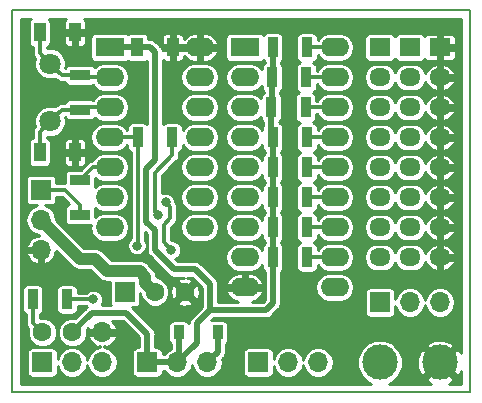
<source format=gbr>
G04 #@! TF.GenerationSoftware,KiCad,Pcbnew,(5.0.2)-1*
G04 #@! TF.CreationDate,2018-12-23T15:01:24+01:00*
G04 #@! TF.ProjectId,MutltiSwitch_Sw8,4d75746c-7469-4537-9769-7463685f5377,0.1*
G04 #@! TF.SameCoordinates,Original*
G04 #@! TF.FileFunction,Copper,L2,Bot*
G04 #@! TF.FilePolarity,Positive*
%FSLAX46Y46*%
G04 Gerber Fmt 4.6, Leading zero omitted, Abs format (unit mm)*
G04 Created by KiCad (PCBNEW (5.0.2)-1) date 23/12/2018 15:01:24*
%MOMM*%
%LPD*%
G01*
G04 APERTURE LIST*
G04 #@! TA.AperFunction,NonConductor*
%ADD10C,0.150000*%
G04 #@! TD*
G04 #@! TA.AperFunction,ComponentPad*
%ADD11C,1.800000*%
G04 #@! TD*
G04 #@! TA.AperFunction,ComponentPad*
%ADD12R,1.800000X1.500000*%
G04 #@! TD*
G04 #@! TA.AperFunction,ComponentPad*
%ADD13O,1.800000X1.500000*%
G04 #@! TD*
G04 #@! TA.AperFunction,ComponentPad*
%ADD14R,2.400000X1.600000*%
G04 #@! TD*
G04 #@! TA.AperFunction,ComponentPad*
%ADD15O,2.400000X1.600000*%
G04 #@! TD*
G04 #@! TA.AperFunction,ComponentPad*
%ADD16C,3.000000*%
G04 #@! TD*
G04 #@! TA.AperFunction,SMDPad,CuDef*
%ADD17R,1.000000X1.600000*%
G04 #@! TD*
G04 #@! TA.AperFunction,SMDPad,CuDef*
%ADD18R,0.900000X1.700000*%
G04 #@! TD*
G04 #@! TA.AperFunction,ComponentPad*
%ADD19R,1.700000X1.700000*%
G04 #@! TD*
G04 #@! TA.AperFunction,ComponentPad*
%ADD20O,1.700000X1.700000*%
G04 #@! TD*
G04 #@! TA.AperFunction,ComponentPad*
%ADD21C,1.600000*%
G04 #@! TD*
G04 #@! TA.AperFunction,SMDPad,CuDef*
%ADD22R,1.700000X0.900000*%
G04 #@! TD*
G04 #@! TA.AperFunction,SMDPad,CuDef*
%ADD23R,0.900000X1.200000*%
G04 #@! TD*
G04 #@! TA.AperFunction,ViaPad*
%ADD24C,0.800000*%
G04 #@! TD*
G04 #@! TA.AperFunction,Conductor*
%ADD25C,0.500000*%
G04 #@! TD*
G04 #@! TA.AperFunction,Conductor*
%ADD26C,0.310000*%
G04 #@! TD*
G04 #@! TA.AperFunction,Conductor*
%ADD27C,1.000000*%
G04 #@! TD*
G04 #@! TA.AperFunction,Conductor*
%ADD28C,0.250000*%
G04 #@! TD*
G04 APERTURE END LIST*
D10*
X133350000Y-120650000D02*
X133350000Y-88265000D01*
X172085000Y-120650000D02*
X172085000Y-88265000D01*
X172085000Y-88265000D02*
X133350000Y-88265000D01*
X133350000Y-120650000D02*
X172085000Y-120650000D01*
D11*
G04 #@! TO.P,X1,1*
G04 #@! TO.N,Net-(C3-Pad1)*
X136525000Y-92810000D03*
G04 #@! TO.P,X1,2*
G04 #@! TO.N,Net-(C2-Pad1)*
X136525000Y-97690000D03*
G04 #@! TD*
D12*
G04 #@! TO.P,P10,1*
G04 #@! TO.N,GND*
X169545000Y-91440000D03*
D13*
G04 #@! TO.P,P10,2*
X169545000Y-93980000D03*
G04 #@! TO.P,P10,3*
X169545000Y-96520000D03*
G04 #@! TO.P,P10,4*
X169545000Y-99060000D03*
G04 #@! TO.P,P10,5*
X169545000Y-101600000D03*
G04 #@! TO.P,P10,6*
X169545000Y-104140000D03*
G04 #@! TO.P,P10,7*
X169545000Y-106680000D03*
G04 #@! TO.P,P10,8*
X169545000Y-109220000D03*
G04 #@! TD*
D12*
G04 #@! TO.P,P7,1*
G04 #@! TO.N,Net-(P4-Pad2)*
X167005000Y-91440000D03*
D13*
G04 #@! TO.P,P7,2*
X167005000Y-93980000D03*
G04 #@! TO.P,P7,3*
X167005000Y-96520000D03*
G04 #@! TO.P,P7,4*
X167005000Y-99060000D03*
G04 #@! TO.P,P7,5*
X167005000Y-101600000D03*
G04 #@! TO.P,P7,6*
X167005000Y-104140000D03*
G04 #@! TO.P,P7,7*
X167005000Y-106680000D03*
G04 #@! TO.P,P7,8*
X167005000Y-109220000D03*
G04 #@! TD*
D14*
G04 #@! TO.P,IC1,1*
G04 #@! TO.N,+5V*
X141605000Y-91440000D03*
D15*
G04 #@! TO.P,IC1,8*
G04 #@! TO.N,Net-(IC1-Pad8)*
X149225000Y-106680000D03*
G04 #@! TO.P,IC1,2*
G04 #@! TO.N,Net-(C3-Pad1)*
X141605000Y-93980000D03*
G04 #@! TO.P,IC1,9*
G04 #@! TO.N,Net-(IC1-Pad9)*
X149225000Y-104140000D03*
G04 #@! TO.P,IC1,3*
G04 #@! TO.N,Net-(C2-Pad1)*
X141605000Y-96520000D03*
G04 #@! TO.P,IC1,10*
G04 #@! TO.N,Net-(IC1-Pad10)*
X149225000Y-101600000D03*
G04 #@! TO.P,IC1,4*
G04 #@! TO.N,Net-(IC1-Pad4)*
X141605000Y-99060000D03*
G04 #@! TO.P,IC1,11*
G04 #@! TO.N,Net-(IC1-Pad11)*
X149225000Y-99060000D03*
G04 #@! TO.P,IC1,5*
G04 #@! TO.N,Net-(IC1-Pad5)*
X141605000Y-101600000D03*
G04 #@! TO.P,IC1,12*
G04 #@! TO.N,Net-(IC1-Pad12)*
X149225000Y-96520000D03*
G04 #@! TO.P,IC1,6*
G04 #@! TO.N,Net-(IC1-Pad6)*
X141605000Y-104140000D03*
G04 #@! TO.P,IC1,13*
G04 #@! TO.N,Net-(IC1-Pad13)*
X149225000Y-93980000D03*
G04 #@! TO.P,IC1,7*
G04 #@! TO.N,Net-(IC1-Pad7)*
X141605000Y-106680000D03*
G04 #@! TO.P,IC1,14*
G04 #@! TO.N,GND*
X149225000Y-91440000D03*
G04 #@! TD*
D16*
G04 #@! TO.P,P6,2*
G04 #@! TO.N,+12C*
X164465000Y-118110000D03*
G04 #@! TO.P,P6,1*
G04 #@! TO.N,GND*
X169545000Y-118110000D03*
G04 #@! TD*
D12*
G04 #@! TO.P,P5,1*
G04 #@! TO.N,Net-(IC2-Pad18)*
X164465000Y-91440000D03*
D13*
G04 #@! TO.P,P5,2*
G04 #@! TO.N,Net-(IC2-Pad17)*
X164465000Y-93980000D03*
G04 #@! TO.P,P5,3*
G04 #@! TO.N,Net-(IC2-Pad16)*
X164465000Y-96520000D03*
G04 #@! TO.P,P5,4*
G04 #@! TO.N,Net-(IC2-Pad15)*
X164465000Y-99060000D03*
G04 #@! TO.P,P5,5*
G04 #@! TO.N,Net-(IC2-Pad14)*
X164465000Y-101600000D03*
G04 #@! TO.P,P5,6*
G04 #@! TO.N,Net-(IC2-Pad13)*
X164465000Y-104140000D03*
G04 #@! TO.P,P5,7*
G04 #@! TO.N,Net-(IC2-Pad12)*
X164465000Y-106680000D03*
G04 #@! TO.P,P5,8*
G04 #@! TO.N,Net-(IC2-Pad11)*
X164465000Y-109220000D03*
G04 #@! TD*
D17*
G04 #@! TO.P,C1,1*
G04 #@! TO.N,+5V*
X143915000Y-91440000D03*
G04 #@! TO.P,C1,2*
G04 #@! TO.N,GND*
X146915000Y-91440000D03*
G04 #@! TD*
G04 #@! TO.P,C2,1*
G04 #@! TO.N,Net-(C2-Pad1)*
X135660000Y-100330000D03*
G04 #@! TO.P,C2,2*
G04 #@! TO.N,GND*
X138660000Y-100330000D03*
G04 #@! TD*
G04 #@! TO.P,C3,1*
G04 #@! TO.N,Net-(C3-Pad1)*
X135660000Y-90170000D03*
G04 #@! TO.P,C3,2*
G04 #@! TO.N,GND*
X138660000Y-90170000D03*
G04 #@! TD*
D18*
G04 #@! TO.P,R2,1*
G04 #@! TO.N,Net-(IC1-Pad4)*
X143965000Y-99060000D03*
G04 #@! TO.P,R2,2*
G04 #@! TO.N,Net-(D1-Pad1)*
X146865000Y-99060000D03*
G04 #@! TD*
D14*
G04 #@! TO.P,IC2,1*
G04 #@! TO.N,Net-(IC1-Pad13)*
X153035000Y-91440000D03*
D15*
G04 #@! TO.P,IC2,10*
G04 #@! TO.N,Net-(IC2-Pad10)*
X160655000Y-111760000D03*
G04 #@! TO.P,IC2,2*
G04 #@! TO.N,Net-(IC1-Pad12)*
X153035000Y-93980000D03*
G04 #@! TO.P,IC2,11*
G04 #@! TO.N,Net-(IC2-Pad11)*
X160655000Y-109220000D03*
G04 #@! TO.P,IC2,3*
G04 #@! TO.N,Net-(IC1-Pad11)*
X153035000Y-96520000D03*
G04 #@! TO.P,IC2,12*
G04 #@! TO.N,Net-(IC2-Pad12)*
X160655000Y-106680000D03*
G04 #@! TO.P,IC2,4*
G04 #@! TO.N,Net-(IC1-Pad10)*
X153035000Y-99060000D03*
G04 #@! TO.P,IC2,13*
G04 #@! TO.N,Net-(IC2-Pad13)*
X160655000Y-104140000D03*
G04 #@! TO.P,IC2,5*
G04 #@! TO.N,Net-(IC1-Pad9)*
X153035000Y-101600000D03*
G04 #@! TO.P,IC2,14*
G04 #@! TO.N,Net-(IC2-Pad14)*
X160655000Y-101600000D03*
G04 #@! TO.P,IC2,6*
G04 #@! TO.N,Net-(IC1-Pad8)*
X153035000Y-104140000D03*
G04 #@! TO.P,IC2,15*
G04 #@! TO.N,Net-(IC2-Pad15)*
X160655000Y-99060000D03*
G04 #@! TO.P,IC2,7*
G04 #@! TO.N,Net-(IC1-Pad7)*
X153035000Y-106680000D03*
G04 #@! TO.P,IC2,16*
G04 #@! TO.N,Net-(IC2-Pad16)*
X160655000Y-96520000D03*
G04 #@! TO.P,IC2,8*
G04 #@! TO.N,Net-(IC1-Pad6)*
X153035000Y-109220000D03*
G04 #@! TO.P,IC2,17*
G04 #@! TO.N,Net-(IC2-Pad17)*
X160655000Y-93980000D03*
G04 #@! TO.P,IC2,9*
G04 #@! TO.N,GND*
X153035000Y-111760000D03*
G04 #@! TO.P,IC2,18*
G04 #@! TO.N,Net-(IC2-Pad18)*
X160655000Y-91440000D03*
G04 #@! TD*
D19*
G04 #@! TO.P,P1,1*
G04 #@! TO.N,+5V*
X144780000Y-118110000D03*
D20*
G04 #@! TO.P,P1,2*
X147320000Y-118110000D03*
G04 #@! TO.P,P1,3*
G04 #@! TO.N,+VRx*
X149860000Y-118110000D03*
G04 #@! TD*
D19*
G04 #@! TO.P,P2,1*
G04 #@! TO.N,Net-(P2-Pad1)*
X135763000Y-103505000D03*
D20*
G04 #@! TO.P,P2,2*
G04 #@! TO.N,+VRx*
X135763000Y-106045000D03*
G04 #@! TO.P,P2,3*
G04 #@! TO.N,GND*
X135763000Y-108585000D03*
G04 #@! TD*
D19*
G04 #@! TO.P,P3,1*
G04 #@! TO.N,Net-(IC1-Pad4)*
X142875000Y-112141000D03*
D21*
G04 #@! TO.P,P3,2*
G04 #@! TO.N,+VRx*
X145415000Y-112141000D03*
G04 #@! TO.P,P3,3*
G04 #@! TO.N,GND*
X147955000Y-112141000D03*
G04 #@! TD*
D19*
G04 #@! TO.P,P4,1*
G04 #@! TO.N,Net-(IC2-Pad10)*
X164465000Y-113030000D03*
D20*
G04 #@! TO.P,P4,2*
G04 #@! TO.N,Net-(P4-Pad2)*
X167005000Y-113030000D03*
G04 #@! TO.P,P4,3*
X169545000Y-113030000D03*
G04 #@! TD*
D22*
G04 #@! TO.P,R1,1*
G04 #@! TO.N,Net-(P2-Pad1)*
X139065000Y-105590000D03*
G04 #@! TO.P,R1,2*
G04 #@! TO.N,Net-(IC1-Pad5)*
X139065000Y-102690000D03*
G04 #@! TD*
D23*
G04 #@! TO.P,D2,1*
G04 #@! TO.N,+VRx*
X150748000Y-115570000D03*
G04 #@! TO.P,D2,2*
G04 #@! TO.N,+5V*
X147448000Y-115570000D03*
G04 #@! TD*
D19*
G04 #@! TO.P,P8,1*
G04 #@! TO.N,+VRx*
X154178000Y-118110000D03*
D20*
G04 #@! TO.P,P8,2*
G04 #@! TO.N,Net-(P4-Pad2)*
X156718000Y-118110000D03*
G04 #@! TO.P,P8,3*
G04 #@! TO.N,+12C*
X159258000Y-118110000D03*
G04 #@! TD*
D18*
G04 #@! TO.P,R3,1*
G04 #@! TO.N,Net-(D3-Pad1)*
X135075000Y-112776000D03*
G04 #@! TO.P,R3,2*
G04 #@! TO.N,Net-(P2-Pad1)*
X137975000Y-112776000D03*
G04 #@! TD*
D19*
G04 #@! TO.P,P9,1*
G04 #@! TO.N,N/C*
X135890000Y-118110000D03*
D21*
G04 #@! TO.P,P9,2*
G04 #@! TO.N,Net-(D3-Pad1)*
X135890000Y-115570000D03*
D20*
G04 #@! TO.P,P9,3*
G04 #@! TO.N,Net-(D3-Pad2)*
X138430000Y-118110000D03*
D21*
G04 #@! TO.P,P9,4*
G04 #@! TO.N,+5V*
X138430000Y-115570000D03*
D20*
G04 #@! TO.P,P9,5*
G04 #@! TO.N,N/C*
X140970000Y-118110000D03*
G04 #@! TO.P,P9,6*
G04 #@! TO.N,GND*
X140970000Y-115570000D03*
G04 #@! TD*
D22*
G04 #@! TO.P,R5,1*
G04 #@! TO.N,Net-(C2-Pad1)*
X139065000Y-96700000D03*
G04 #@! TO.P,R5,2*
G04 #@! TO.N,Net-(C3-Pad1)*
X139065000Y-93800000D03*
G04 #@! TD*
D18*
G04 #@! TO.P,R6,1*
G04 #@! TO.N,+5V*
X155395000Y-91440000D03*
G04 #@! TO.P,R6,2*
G04 #@! TO.N,Net-(IC2-Pad18)*
X158295000Y-91440000D03*
G04 #@! TD*
G04 #@! TO.P,R7,1*
G04 #@! TO.N,+5V*
X155342000Y-93980000D03*
G04 #@! TO.P,R7,2*
G04 #@! TO.N,Net-(IC2-Pad17)*
X158242000Y-93980000D03*
G04 #@! TD*
G04 #@! TO.P,R8,1*
G04 #@! TO.N,+5V*
X155268000Y-96520000D03*
G04 #@! TO.P,R8,2*
G04 #@! TO.N,Net-(IC2-Pad16)*
X158168000Y-96520000D03*
G04 #@! TD*
G04 #@! TO.P,R9,1*
G04 #@! TO.N,+5V*
X155395000Y-99060000D03*
G04 #@! TO.P,R9,2*
G04 #@! TO.N,Net-(IC2-Pad15)*
X158295000Y-99060000D03*
G04 #@! TD*
G04 #@! TO.P,R10,1*
G04 #@! TO.N,+5V*
X155395000Y-101600000D03*
G04 #@! TO.P,R10,2*
G04 #@! TO.N,Net-(IC2-Pad14)*
X158295000Y-101600000D03*
G04 #@! TD*
G04 #@! TO.P,R11,1*
G04 #@! TO.N,+5V*
X155395000Y-104140000D03*
G04 #@! TO.P,R11,2*
G04 #@! TO.N,Net-(IC2-Pad13)*
X158295000Y-104140000D03*
G04 #@! TD*
G04 #@! TO.P,R12,1*
G04 #@! TO.N,+5V*
X155395000Y-106680000D03*
G04 #@! TO.P,R12,2*
G04 #@! TO.N,Net-(IC2-Pad12)*
X158295000Y-106680000D03*
G04 #@! TD*
G04 #@! TO.P,R13,1*
G04 #@! TO.N,+5V*
X155395000Y-109220000D03*
G04 #@! TO.P,R13,2*
G04 #@! TO.N,Net-(IC2-Pad11)*
X158295000Y-109220000D03*
G04 #@! TD*
D24*
G04 #@! TO.N,GND*
X139446000Y-110597000D03*
G04 #@! TO.N,Net-(IC1-Pad4)*
X143891000Y-108204014D03*
G04 #@! TO.N,Net-(IC1-Pad6)*
X146314678Y-104562569D03*
X146812000Y-108585000D03*
G04 #@! TO.N,Net-(P2-Pad1)*
X140208000Y-112776000D03*
G04 #@! TO.N,Net-(D1-Pad1)*
X145669000Y-105664000D03*
G04 #@! TD*
D25*
G04 #@! TO.N,GND*
X146915000Y-91440000D02*
X149225000Y-91440000D01*
G04 #@! TO.N,+5V*
X144780000Y-118110000D02*
X144780000Y-115697000D01*
X140081000Y-113919000D02*
X138430000Y-115570000D01*
X143002000Y-113919000D02*
X140081000Y-113919000D01*
X144780000Y-115697000D02*
X143002000Y-113919000D01*
X148971000Y-116459000D02*
X147320000Y-118110000D01*
X150114000Y-113665000D02*
X148971000Y-114808000D01*
X148971000Y-114808000D02*
X148971000Y-116459000D01*
X144780000Y-118110000D02*
X147320000Y-118110000D01*
X147448000Y-115570000D02*
X147448000Y-117982000D01*
X147448000Y-117982000D02*
X147320000Y-118110000D01*
X143915000Y-91440000D02*
X141605000Y-91440000D01*
X155395000Y-93927000D02*
X155342000Y-93980000D01*
X155395000Y-91440000D02*
X155395000Y-93927000D01*
X155342000Y-96446000D02*
X155268000Y-96520000D01*
X155342000Y-93980000D02*
X155342000Y-96446000D01*
X155268000Y-98933000D02*
X155395000Y-99060000D01*
X155268000Y-96520000D02*
X155268000Y-98933000D01*
X155395000Y-99060000D02*
X155395000Y-101600000D01*
X155395000Y-101600000D02*
X155395000Y-104140000D01*
X155395000Y-104140000D02*
X155395000Y-106680000D01*
X155395000Y-106680000D02*
X155395000Y-109220000D01*
X155395000Y-109220000D02*
X155395000Y-113083000D01*
X154813000Y-113665000D02*
X150114000Y-113665000D01*
X155395000Y-113083000D02*
X154813000Y-113665000D01*
X145034000Y-91440000D02*
X143915000Y-91440000D01*
X145415000Y-91821000D02*
X145034000Y-91440000D01*
X145415000Y-100965000D02*
X145415000Y-91821000D01*
X144680010Y-101699990D02*
X145415000Y-100965000D01*
X144680010Y-106199010D02*
X144680010Y-101699990D01*
X150114000Y-113665000D02*
X150114000Y-111506000D01*
X150114000Y-111506000D02*
X148844000Y-110236000D01*
X148844000Y-110236000D02*
X147066000Y-110236000D01*
X147066000Y-110236000D02*
X145415000Y-108585000D01*
X145415000Y-108585000D02*
X145415000Y-106934000D01*
X145415000Y-106934000D02*
X144680010Y-106199010D01*
D26*
G04 #@! TO.N,Net-(C2-Pad1)*
X139065000Y-96700000D02*
X137515000Y-96700000D01*
X137515000Y-96700000D02*
X136525000Y-97690000D01*
X141605000Y-96520000D02*
X139245000Y-96520000D01*
X139245000Y-96520000D02*
X139065000Y-96700000D01*
X135660000Y-100330000D02*
X135660000Y-98555000D01*
X135660000Y-98555000D02*
X136525000Y-97690000D01*
G04 #@! TO.N,Net-(IC1-Pad4)*
X143965000Y-99060000D02*
X141605000Y-99060000D01*
X143965000Y-99060000D02*
X143965000Y-108130014D01*
X143965000Y-108130014D02*
X143891000Y-108204014D01*
G04 #@! TO.N,Net-(IC1-Pad5)*
X141605000Y-101600000D02*
X140155000Y-101600000D01*
X140155000Y-101600000D02*
X139065000Y-102690000D01*
G04 #@! TO.N,Net-(IC1-Pad6)*
X146714677Y-104962568D02*
X146314678Y-104562569D01*
X146714677Y-105898525D02*
X146714677Y-104962568D01*
X146177000Y-106436202D02*
X146714677Y-105898525D01*
X146177000Y-107950000D02*
X146177000Y-106436202D01*
X146812000Y-108585000D02*
X146177000Y-107950000D01*
G04 #@! TO.N,Net-(C3-Pad1)*
X139065000Y-93800000D02*
X137515000Y-93800000D01*
X137515000Y-93800000D02*
X136525000Y-92810000D01*
X141605000Y-93980000D02*
X139245000Y-93980000D01*
X139245000Y-93980000D02*
X139065000Y-93800000D01*
X135660000Y-90170000D02*
X135660000Y-91945000D01*
X135660000Y-91945000D02*
X136525000Y-92810000D01*
G04 #@! TO.N,Net-(IC2-Pad11)*
X158295000Y-109220000D02*
X160655000Y-109220000D01*
G04 #@! TO.N,Net-(IC2-Pad12)*
X158295000Y-106680000D02*
X160655000Y-106680000D01*
G04 #@! TO.N,Net-(IC2-Pad13)*
X158295000Y-104140000D02*
X160655000Y-104140000D01*
G04 #@! TO.N,Net-(IC2-Pad14)*
X158295000Y-101600000D02*
X160655000Y-101600000D01*
G04 #@! TO.N,Net-(IC2-Pad15)*
X158295000Y-99060000D02*
X160655000Y-99060000D01*
G04 #@! TO.N,Net-(IC2-Pad16)*
X158168000Y-96520000D02*
X160655000Y-96520000D01*
G04 #@! TO.N,Net-(IC2-Pad17)*
X158242000Y-93980000D02*
X160655000Y-93980000D01*
G04 #@! TO.N,Net-(IC2-Pad18)*
X158295000Y-91440000D02*
X160655000Y-91440000D01*
G04 #@! TO.N,Net-(P2-Pad1)*
X140208000Y-112776000D02*
X137975000Y-112776000D01*
X139065000Y-105590000D02*
X139065000Y-104775000D01*
X139065000Y-104775000D02*
X137795000Y-103505000D01*
X137795000Y-103505000D02*
X135763000Y-103505000D01*
D25*
G04 #@! TO.N,+VRx*
X150748000Y-115570000D02*
X150748000Y-117222000D01*
X150748000Y-117222000D02*
X149860000Y-118110000D01*
D27*
X144615001Y-111341001D02*
X145415000Y-112141000D01*
X135763000Y-106045000D02*
X139065000Y-109347000D01*
X139065000Y-109347000D02*
X140347802Y-109347000D01*
X140347802Y-109347000D02*
X141363802Y-110363000D01*
X141363802Y-110363000D02*
X144132198Y-110363000D01*
X144132198Y-110363000D02*
X144615001Y-110845803D01*
X144615001Y-110845803D02*
X144615001Y-111341001D01*
D26*
G04 #@! TO.N,Net-(D3-Pad1)*
X135075000Y-112776000D02*
X135075000Y-114755000D01*
X135075000Y-114755000D02*
X135890000Y-115570000D01*
G04 #@! TO.N,Net-(D1-Pad1)*
X146685000Y-99240000D02*
X146865000Y-99060000D01*
X145415000Y-105410000D02*
X145669000Y-105664000D01*
X145415000Y-102034000D02*
X145415000Y-105410000D01*
X146865000Y-100584000D02*
X145415000Y-102034000D01*
X146865000Y-99060000D02*
X146865000Y-100584000D01*
G04 #@! TD*
D28*
G04 #@! TO.N,GND*
G36*
X134846383Y-89056383D02*
X134750239Y-89200271D01*
X134716478Y-89370000D01*
X134716478Y-90970000D01*
X134750239Y-91139729D01*
X134846383Y-91283617D01*
X134990271Y-91379761D01*
X135070001Y-91395620D01*
X135070001Y-91886891D01*
X135058442Y-91945000D01*
X135104234Y-92175206D01*
X135157039Y-92254234D01*
X135234635Y-92370366D01*
X135256153Y-92384744D01*
X135190000Y-92544452D01*
X135190000Y-93075548D01*
X135393242Y-93566217D01*
X135768783Y-93941758D01*
X136259452Y-94145000D01*
X136790548Y-94145000D01*
X136956765Y-94076151D01*
X137056719Y-94176105D01*
X137089634Y-94225366D01*
X137284794Y-94355767D01*
X137456894Y-94390000D01*
X137456895Y-94390000D01*
X137514999Y-94401558D01*
X137573104Y-94390000D01*
X137799326Y-94390000D01*
X137805239Y-94419729D01*
X137901383Y-94563617D01*
X138045271Y-94659761D01*
X138215000Y-94693522D01*
X139915000Y-94693522D01*
X140084729Y-94659761D01*
X140146363Y-94618578D01*
X140314615Y-94870385D01*
X140723127Y-95143344D01*
X141083364Y-95215000D01*
X142126636Y-95215000D01*
X142486873Y-95143344D01*
X142895385Y-94870385D01*
X143168344Y-94461873D01*
X143264195Y-93980000D01*
X143168344Y-93498127D01*
X142895385Y-93089615D01*
X142486873Y-92816656D01*
X142126636Y-92745000D01*
X141083364Y-92745000D01*
X140723127Y-92816656D01*
X140314615Y-93089615D01*
X140289401Y-93127351D01*
X140228617Y-93036383D01*
X140084729Y-92940239D01*
X139915000Y-92906478D01*
X138215000Y-92906478D01*
X138045271Y-92940239D01*
X137901383Y-93036383D01*
X137835188Y-93135450D01*
X137860000Y-93075548D01*
X137860000Y-92544452D01*
X137656758Y-92053783D01*
X137281217Y-91678242D01*
X136790548Y-91475000D01*
X136259452Y-91475000D01*
X136250000Y-91478915D01*
X136250000Y-91395620D01*
X136329729Y-91379761D01*
X136473617Y-91283617D01*
X136569761Y-91139729D01*
X136603522Y-90970000D01*
X136603522Y-90451250D01*
X137735000Y-90451250D01*
X137735000Y-91054538D01*
X137799702Y-91210743D01*
X137919257Y-91330298D01*
X138075462Y-91395000D01*
X138378750Y-91395000D01*
X138485000Y-91288750D01*
X138485000Y-90345000D01*
X138835000Y-90345000D01*
X138835000Y-91288750D01*
X138941250Y-91395000D01*
X139244538Y-91395000D01*
X139400743Y-91330298D01*
X139520298Y-91210743D01*
X139585000Y-91054538D01*
X139585000Y-90451250D01*
X139478750Y-90345000D01*
X138835000Y-90345000D01*
X138485000Y-90345000D01*
X137841250Y-90345000D01*
X137735000Y-90451250D01*
X136603522Y-90451250D01*
X136603522Y-89370000D01*
X136569761Y-89200271D01*
X136473617Y-89056383D01*
X136426650Y-89025000D01*
X137903959Y-89025000D01*
X137799702Y-89129257D01*
X137735000Y-89285462D01*
X137735000Y-89888750D01*
X137841250Y-89995000D01*
X138485000Y-89995000D01*
X138485000Y-89975000D01*
X138835000Y-89975000D01*
X138835000Y-89995000D01*
X139478750Y-89995000D01*
X139585000Y-89888750D01*
X139585000Y-89285462D01*
X139520298Y-89129257D01*
X139416041Y-89025000D01*
X171325000Y-89025000D01*
X171325000Y-117333301D01*
X171229407Y-117102519D01*
X170975616Y-116926872D01*
X169792487Y-118110000D01*
X170975616Y-119293128D01*
X171229407Y-119117481D01*
X171325000Y-118849536D01*
X171325000Y-119890000D01*
X170321699Y-119890000D01*
X170552481Y-119794407D01*
X170728128Y-119540616D01*
X169545000Y-118357487D01*
X168361872Y-119540616D01*
X168537519Y-119794407D01*
X168805464Y-119890000D01*
X165224099Y-119890000D01*
X165561090Y-119750414D01*
X166105414Y-119206090D01*
X166400000Y-118494895D01*
X166400000Y-117823804D01*
X167603265Y-117823804D01*
X167641548Y-118588660D01*
X167860593Y-119117481D01*
X168114384Y-119293128D01*
X169297513Y-118110000D01*
X168114384Y-116926872D01*
X167860593Y-117102519D01*
X167603265Y-117823804D01*
X166400000Y-117823804D01*
X166400000Y-117725105D01*
X166105414Y-117013910D01*
X165770888Y-116679384D01*
X168361872Y-116679384D01*
X169545000Y-117862513D01*
X170728128Y-116679384D01*
X170552481Y-116425593D01*
X169831196Y-116168265D01*
X169066340Y-116206548D01*
X168537519Y-116425593D01*
X168361872Y-116679384D01*
X165770888Y-116679384D01*
X165561090Y-116469586D01*
X164849895Y-116175000D01*
X164080105Y-116175000D01*
X163368910Y-116469586D01*
X162824586Y-117013910D01*
X162530000Y-117725105D01*
X162530000Y-118494895D01*
X162824586Y-119206090D01*
X163368910Y-119750414D01*
X163705901Y-119890000D01*
X134110000Y-119890000D01*
X134110000Y-117260000D01*
X134596478Y-117260000D01*
X134596478Y-118960000D01*
X134630239Y-119129729D01*
X134726383Y-119273617D01*
X134870271Y-119369761D01*
X135040000Y-119403522D01*
X136740000Y-119403522D01*
X136909729Y-119369761D01*
X137053617Y-119273617D01*
X137149761Y-119129729D01*
X137183522Y-118960000D01*
X137183522Y-118430222D01*
X137219557Y-118611382D01*
X137503567Y-119036433D01*
X137928618Y-119320443D01*
X138303442Y-119395000D01*
X138556558Y-119395000D01*
X138931382Y-119320443D01*
X139356433Y-119036433D01*
X139640443Y-118611382D01*
X139700000Y-118311968D01*
X139759557Y-118611382D01*
X140043567Y-119036433D01*
X140468618Y-119320443D01*
X140843442Y-119395000D01*
X141096558Y-119395000D01*
X141471382Y-119320443D01*
X141896433Y-119036433D01*
X142180443Y-118611382D01*
X142280174Y-118110000D01*
X142180443Y-117608618D01*
X141896433Y-117183567D01*
X141471382Y-116899557D01*
X141145002Y-116834636D01*
X141145002Y-116725575D01*
X141340412Y-116790008D01*
X141570765Y-116694610D01*
X141955404Y-116379101D01*
X142190024Y-115940414D01*
X142126699Y-115745000D01*
X141145000Y-115745000D01*
X141145000Y-115765000D01*
X140795000Y-115765000D01*
X140795000Y-115745000D01*
X139813301Y-115745000D01*
X139749976Y-115940414D01*
X139984596Y-116379101D01*
X140369235Y-116694610D01*
X140599588Y-116790008D01*
X140794998Y-116725575D01*
X140794998Y-116834636D01*
X140468618Y-116899557D01*
X140043567Y-117183567D01*
X139759557Y-117608618D01*
X139700000Y-117908032D01*
X139640443Y-117608618D01*
X139356433Y-117183567D01*
X138931382Y-116899557D01*
X138556558Y-116825000D01*
X138303442Y-116825000D01*
X137928618Y-116899557D01*
X137503567Y-117183567D01*
X137219557Y-117608618D01*
X137183522Y-117789778D01*
X137183522Y-117260000D01*
X137149761Y-117090271D01*
X137053617Y-116946383D01*
X136909729Y-116850239D01*
X136740000Y-116816478D01*
X135040000Y-116816478D01*
X134870271Y-116850239D01*
X134726383Y-116946383D01*
X134630239Y-117090271D01*
X134596478Y-117260000D01*
X134110000Y-117260000D01*
X134110000Y-111926000D01*
X134181478Y-111926000D01*
X134181478Y-113626000D01*
X134215239Y-113795729D01*
X134311383Y-113939617D01*
X134455271Y-114035761D01*
X134485001Y-114041675D01*
X134485001Y-114696891D01*
X134473442Y-114755000D01*
X134519234Y-114985206D01*
X134579415Y-115075273D01*
X134649635Y-115180366D01*
X134698896Y-115213281D01*
X134700386Y-115214771D01*
X134655000Y-115324343D01*
X134655000Y-115815657D01*
X134843018Y-116269571D01*
X135190429Y-116616982D01*
X135644343Y-116805000D01*
X136135657Y-116805000D01*
X136589571Y-116616982D01*
X136936982Y-116269571D01*
X137125000Y-115815657D01*
X137125000Y-115324343D01*
X136936982Y-114870429D01*
X136589571Y-114523018D01*
X136135657Y-114335000D01*
X135665000Y-114335000D01*
X135665000Y-114041674D01*
X135694729Y-114035761D01*
X135838617Y-113939617D01*
X135934761Y-113795729D01*
X135968522Y-113626000D01*
X135968522Y-111926000D01*
X135934761Y-111756271D01*
X135838617Y-111612383D01*
X135694729Y-111516239D01*
X135525000Y-111482478D01*
X134625000Y-111482478D01*
X134455271Y-111516239D01*
X134311383Y-111612383D01*
X134215239Y-111756271D01*
X134181478Y-111926000D01*
X134110000Y-111926000D01*
X134110000Y-108955412D01*
X134542992Y-108955412D01*
X134638390Y-109185765D01*
X134953899Y-109570404D01*
X135392586Y-109805024D01*
X135588000Y-109741699D01*
X135588000Y-108760000D01*
X134607426Y-108760000D01*
X134542992Y-108955412D01*
X134110000Y-108955412D01*
X134110000Y-106045000D01*
X134452826Y-106045000D01*
X134552557Y-106546382D01*
X134836567Y-106971433D01*
X135261618Y-107255443D01*
X135587998Y-107320364D01*
X135587998Y-107428300D01*
X135392586Y-107364976D01*
X134953899Y-107599596D01*
X134638390Y-107984235D01*
X134542992Y-108214588D01*
X134607426Y-108410000D01*
X135588000Y-108410000D01*
X135588000Y-108390000D01*
X135938000Y-108390000D01*
X135938000Y-108410000D01*
X135958000Y-108410000D01*
X135958000Y-108760000D01*
X135938000Y-108760000D01*
X135938000Y-109741699D01*
X136133414Y-109805024D01*
X136572101Y-109570404D01*
X136887610Y-109185765D01*
X136983008Y-108955412D01*
X136918575Y-108760002D01*
X137038000Y-108760002D01*
X137038000Y-108642290D01*
X138338740Y-109943030D01*
X138390903Y-110021097D01*
X138700181Y-110227750D01*
X138972914Y-110282000D01*
X138972917Y-110282000D01*
X139064999Y-110300316D01*
X139157081Y-110282000D01*
X139960513Y-110282000D01*
X140637542Y-110959030D01*
X140689705Y-111037097D01*
X140767771Y-111089259D01*
X140998983Y-111243750D01*
X141363802Y-111316317D01*
X141455888Y-111298000D01*
X141581478Y-111298000D01*
X141581478Y-112991000D01*
X141615239Y-113160729D01*
X141664198Y-113234000D01*
X140922088Y-113234000D01*
X141043000Y-112942092D01*
X141043000Y-112609908D01*
X140915879Y-112303010D01*
X140680990Y-112068121D01*
X140374092Y-111941000D01*
X140041908Y-111941000D01*
X139735010Y-112068121D01*
X139617131Y-112186000D01*
X138868522Y-112186000D01*
X138868522Y-111926000D01*
X138834761Y-111756271D01*
X138738617Y-111612383D01*
X138594729Y-111516239D01*
X138425000Y-111482478D01*
X137525000Y-111482478D01*
X137355271Y-111516239D01*
X137211383Y-111612383D01*
X137115239Y-111756271D01*
X137081478Y-111926000D01*
X137081478Y-113626000D01*
X137115239Y-113795729D01*
X137211383Y-113939617D01*
X137355271Y-114035761D01*
X137525000Y-114069522D01*
X138425000Y-114069522D01*
X138594729Y-114035761D01*
X138738617Y-113939617D01*
X138834761Y-113795729D01*
X138868522Y-113626000D01*
X138868522Y-113366000D01*
X139617131Y-113366000D01*
X139640573Y-113389442D01*
X139587143Y-113425143D01*
X139548930Y-113482333D01*
X138690228Y-114341036D01*
X138675657Y-114335000D01*
X138184343Y-114335000D01*
X137730429Y-114523018D01*
X137383018Y-114870429D01*
X137195000Y-115324343D01*
X137195000Y-115815657D01*
X137383018Y-116269571D01*
X137730429Y-116616982D01*
X138184343Y-116805000D01*
X138675657Y-116805000D01*
X139129571Y-116616982D01*
X139476982Y-116269571D01*
X139665000Y-115815657D01*
X139665000Y-115324343D01*
X139658964Y-115309772D01*
X139754669Y-115214067D01*
X139813301Y-115395000D01*
X140795000Y-115395000D01*
X140795000Y-115375000D01*
X141145000Y-115375000D01*
X141145000Y-115395000D01*
X142126699Y-115395000D01*
X142190024Y-115199586D01*
X141955404Y-114760899D01*
X141764127Y-114604000D01*
X142718265Y-114604000D01*
X144095001Y-115980738D01*
X144095001Y-116816478D01*
X143930000Y-116816478D01*
X143760271Y-116850239D01*
X143616383Y-116946383D01*
X143520239Y-117090271D01*
X143486478Y-117260000D01*
X143486478Y-118960000D01*
X143520239Y-119129729D01*
X143616383Y-119273617D01*
X143760271Y-119369761D01*
X143930000Y-119403522D01*
X145630000Y-119403522D01*
X145799729Y-119369761D01*
X145943617Y-119273617D01*
X146039761Y-119129729D01*
X146073522Y-118960000D01*
X146073522Y-118795000D01*
X146232247Y-118795000D01*
X146393567Y-119036433D01*
X146818618Y-119320443D01*
X147193442Y-119395000D01*
X147446558Y-119395000D01*
X147821382Y-119320443D01*
X148246433Y-119036433D01*
X148530443Y-118611382D01*
X148590000Y-118311968D01*
X148649557Y-118611382D01*
X148933567Y-119036433D01*
X149358618Y-119320443D01*
X149733442Y-119395000D01*
X149986558Y-119395000D01*
X150361382Y-119320443D01*
X150786433Y-119036433D01*
X151070443Y-118611382D01*
X151170174Y-118110000D01*
X151113526Y-117825211D01*
X151184666Y-117754070D01*
X151241857Y-117715857D01*
X151393255Y-117489273D01*
X151433000Y-117289462D01*
X151433000Y-117289461D01*
X151438860Y-117260000D01*
X152884478Y-117260000D01*
X152884478Y-118960000D01*
X152918239Y-119129729D01*
X153014383Y-119273617D01*
X153158271Y-119369761D01*
X153328000Y-119403522D01*
X155028000Y-119403522D01*
X155197729Y-119369761D01*
X155341617Y-119273617D01*
X155437761Y-119129729D01*
X155471522Y-118960000D01*
X155471522Y-118430222D01*
X155507557Y-118611382D01*
X155791567Y-119036433D01*
X156216618Y-119320443D01*
X156591442Y-119395000D01*
X156844558Y-119395000D01*
X157219382Y-119320443D01*
X157644433Y-119036433D01*
X157928443Y-118611382D01*
X157988000Y-118311968D01*
X158047557Y-118611382D01*
X158331567Y-119036433D01*
X158756618Y-119320443D01*
X159131442Y-119395000D01*
X159384558Y-119395000D01*
X159759382Y-119320443D01*
X160184433Y-119036433D01*
X160468443Y-118611382D01*
X160568174Y-118110000D01*
X160468443Y-117608618D01*
X160184433Y-117183567D01*
X159759382Y-116899557D01*
X159384558Y-116825000D01*
X159131442Y-116825000D01*
X158756618Y-116899557D01*
X158331567Y-117183567D01*
X158047557Y-117608618D01*
X157988000Y-117908032D01*
X157928443Y-117608618D01*
X157644433Y-117183567D01*
X157219382Y-116899557D01*
X156844558Y-116825000D01*
X156591442Y-116825000D01*
X156216618Y-116899557D01*
X155791567Y-117183567D01*
X155507557Y-117608618D01*
X155471522Y-117789778D01*
X155471522Y-117260000D01*
X155437761Y-117090271D01*
X155341617Y-116946383D01*
X155197729Y-116850239D01*
X155028000Y-116816478D01*
X153328000Y-116816478D01*
X153158271Y-116850239D01*
X153014383Y-116946383D01*
X152918239Y-117090271D01*
X152884478Y-117260000D01*
X151438860Y-117260000D01*
X151446419Y-117222000D01*
X151433000Y-117154540D01*
X151433000Y-116536148D01*
X151511617Y-116483617D01*
X151607761Y-116339729D01*
X151641522Y-116170000D01*
X151641522Y-114970000D01*
X151607761Y-114800271D01*
X151511617Y-114656383D01*
X151367729Y-114560239D01*
X151198000Y-114526478D01*
X150298000Y-114526478D01*
X150202202Y-114545533D01*
X150397736Y-114350000D01*
X154745540Y-114350000D01*
X154813000Y-114363419D01*
X154880460Y-114350000D01*
X154880462Y-114350000D01*
X155080273Y-114310255D01*
X155306857Y-114158857D01*
X155345074Y-114101661D01*
X155831664Y-113615072D01*
X155888857Y-113576857D01*
X156040255Y-113350273D01*
X156080000Y-113150462D01*
X156080000Y-113150461D01*
X156093419Y-113083001D01*
X156080000Y-113015540D01*
X156080000Y-111760000D01*
X158995805Y-111760000D01*
X159091656Y-112241873D01*
X159364615Y-112650385D01*
X159773127Y-112923344D01*
X160133364Y-112995000D01*
X161176636Y-112995000D01*
X161536873Y-112923344D01*
X161945385Y-112650385D01*
X162218344Y-112241873D01*
X162230651Y-112180000D01*
X163171478Y-112180000D01*
X163171478Y-113880000D01*
X163205239Y-114049729D01*
X163301383Y-114193617D01*
X163445271Y-114289761D01*
X163615000Y-114323522D01*
X165315000Y-114323522D01*
X165484729Y-114289761D01*
X165628617Y-114193617D01*
X165724761Y-114049729D01*
X165758522Y-113880000D01*
X165758522Y-113350222D01*
X165794557Y-113531382D01*
X166078567Y-113956433D01*
X166503618Y-114240443D01*
X166878442Y-114315000D01*
X167131558Y-114315000D01*
X167506382Y-114240443D01*
X167931433Y-113956433D01*
X168215443Y-113531382D01*
X168275000Y-113231968D01*
X168334557Y-113531382D01*
X168618567Y-113956433D01*
X169043618Y-114240443D01*
X169418442Y-114315000D01*
X169671558Y-114315000D01*
X170046382Y-114240443D01*
X170471433Y-113956433D01*
X170755443Y-113531382D01*
X170855174Y-113030000D01*
X170755443Y-112528618D01*
X170471433Y-112103567D01*
X170046382Y-111819557D01*
X169671558Y-111745000D01*
X169418442Y-111745000D01*
X169043618Y-111819557D01*
X168618567Y-112103567D01*
X168334557Y-112528618D01*
X168275000Y-112828032D01*
X168215443Y-112528618D01*
X167931433Y-112103567D01*
X167506382Y-111819557D01*
X167131558Y-111745000D01*
X166878442Y-111745000D01*
X166503618Y-111819557D01*
X166078567Y-112103567D01*
X165794557Y-112528618D01*
X165758522Y-112709778D01*
X165758522Y-112180000D01*
X165724761Y-112010271D01*
X165628617Y-111866383D01*
X165484729Y-111770239D01*
X165315000Y-111736478D01*
X163615000Y-111736478D01*
X163445271Y-111770239D01*
X163301383Y-111866383D01*
X163205239Y-112010271D01*
X163171478Y-112180000D01*
X162230651Y-112180000D01*
X162314195Y-111760000D01*
X162218344Y-111278127D01*
X161945385Y-110869615D01*
X161536873Y-110596656D01*
X161176636Y-110525000D01*
X160133364Y-110525000D01*
X159773127Y-110596656D01*
X159364615Y-110869615D01*
X159091656Y-111278127D01*
X158995805Y-111760000D01*
X156080000Y-111760000D01*
X156080000Y-110436148D01*
X156158617Y-110383617D01*
X156254761Y-110239729D01*
X156288522Y-110070000D01*
X156288522Y-108370000D01*
X156254761Y-108200271D01*
X156158617Y-108056383D01*
X156080000Y-108003852D01*
X156080000Y-107896148D01*
X156158617Y-107843617D01*
X156254761Y-107699729D01*
X156288522Y-107530000D01*
X156288522Y-105830000D01*
X156254761Y-105660271D01*
X156158617Y-105516383D01*
X156080000Y-105463852D01*
X156080000Y-105356148D01*
X156158617Y-105303617D01*
X156254761Y-105159729D01*
X156288522Y-104990000D01*
X156288522Y-103290000D01*
X156254761Y-103120271D01*
X156158617Y-102976383D01*
X156080000Y-102923852D01*
X156080000Y-102816148D01*
X156158617Y-102763617D01*
X156254761Y-102619729D01*
X156288522Y-102450000D01*
X156288522Y-100750000D01*
X156254761Y-100580271D01*
X156158617Y-100436383D01*
X156080000Y-100383852D01*
X156080000Y-100276148D01*
X156158617Y-100223617D01*
X156254761Y-100079729D01*
X156288522Y-99910000D01*
X156288522Y-98210000D01*
X156254761Y-98040271D01*
X156158617Y-97896383D01*
X156014729Y-97800239D01*
X155953000Y-97787960D01*
X155953000Y-97736148D01*
X156031617Y-97683617D01*
X156127761Y-97539729D01*
X156161522Y-97370000D01*
X156161522Y-95670000D01*
X157274478Y-95670000D01*
X157274478Y-97370000D01*
X157308239Y-97539729D01*
X157404383Y-97683617D01*
X157548271Y-97779761D01*
X157669754Y-97803925D01*
X157531383Y-97896383D01*
X157435239Y-98040271D01*
X157401478Y-98210000D01*
X157401478Y-99910000D01*
X157435239Y-100079729D01*
X157531383Y-100223617D01*
X157675271Y-100319761D01*
X157726746Y-100330000D01*
X157675271Y-100340239D01*
X157531383Y-100436383D01*
X157435239Y-100580271D01*
X157401478Y-100750000D01*
X157401478Y-102450000D01*
X157435239Y-102619729D01*
X157531383Y-102763617D01*
X157675271Y-102859761D01*
X157726746Y-102870000D01*
X157675271Y-102880239D01*
X157531383Y-102976383D01*
X157435239Y-103120271D01*
X157401478Y-103290000D01*
X157401478Y-104990000D01*
X157435239Y-105159729D01*
X157531383Y-105303617D01*
X157675271Y-105399761D01*
X157726746Y-105410000D01*
X157675271Y-105420239D01*
X157531383Y-105516383D01*
X157435239Y-105660271D01*
X157401478Y-105830000D01*
X157401478Y-107530000D01*
X157435239Y-107699729D01*
X157531383Y-107843617D01*
X157675271Y-107939761D01*
X157726746Y-107950000D01*
X157675271Y-107960239D01*
X157531383Y-108056383D01*
X157435239Y-108200271D01*
X157401478Y-108370000D01*
X157401478Y-110070000D01*
X157435239Y-110239729D01*
X157531383Y-110383617D01*
X157675271Y-110479761D01*
X157845000Y-110513522D01*
X158745000Y-110513522D01*
X158914729Y-110479761D01*
X159058617Y-110383617D01*
X159154761Y-110239729D01*
X159188522Y-110070000D01*
X159188522Y-109846843D01*
X159364615Y-110110385D01*
X159773127Y-110383344D01*
X160133364Y-110455000D01*
X161176636Y-110455000D01*
X161536873Y-110383344D01*
X161945385Y-110110385D01*
X162218344Y-109701873D01*
X162314195Y-109220000D01*
X163106785Y-109220000D01*
X163198755Y-109682364D01*
X163460663Y-110074337D01*
X163852636Y-110336245D01*
X164198290Y-110405000D01*
X164731710Y-110405000D01*
X165077364Y-110336245D01*
X165469337Y-110074337D01*
X165731245Y-109682364D01*
X165735000Y-109663486D01*
X165738755Y-109682364D01*
X166000663Y-110074337D01*
X166392636Y-110336245D01*
X166738290Y-110405000D01*
X167271710Y-110405000D01*
X167617364Y-110336245D01*
X168009337Y-110074337D01*
X168271245Y-109682364D01*
X168287565Y-109600317D01*
X168431215Y-109889328D01*
X168760720Y-110207203D01*
X169186788Y-110374785D01*
X169370000Y-110286889D01*
X169370000Y-109395000D01*
X169720000Y-109395000D01*
X169720000Y-110286889D01*
X169903212Y-110374785D01*
X170329280Y-110207203D01*
X170658785Y-109889328D01*
X170815214Y-109574606D01*
X170749325Y-109395000D01*
X169720000Y-109395000D01*
X169370000Y-109395000D01*
X169350000Y-109395000D01*
X169350000Y-109045000D01*
X169370000Y-109045000D01*
X169370000Y-108153111D01*
X169720000Y-108153111D01*
X169720000Y-109045000D01*
X170749325Y-109045000D01*
X170815214Y-108865394D01*
X170658785Y-108550672D01*
X170329280Y-108232797D01*
X169903212Y-108065215D01*
X169720000Y-108153111D01*
X169370000Y-108153111D01*
X169186788Y-108065215D01*
X168760720Y-108232797D01*
X168431215Y-108550672D01*
X168287565Y-108839683D01*
X168271245Y-108757636D01*
X168009337Y-108365663D01*
X167617364Y-108103755D01*
X167271710Y-108035000D01*
X166738290Y-108035000D01*
X166392636Y-108103755D01*
X166000663Y-108365663D01*
X165738755Y-108757636D01*
X165735000Y-108776514D01*
X165731245Y-108757636D01*
X165469337Y-108365663D01*
X165077364Y-108103755D01*
X164731710Y-108035000D01*
X164198290Y-108035000D01*
X163852636Y-108103755D01*
X163460663Y-108365663D01*
X163198755Y-108757636D01*
X163106785Y-109220000D01*
X162314195Y-109220000D01*
X162218344Y-108738127D01*
X161945385Y-108329615D01*
X161536873Y-108056656D01*
X161176636Y-107985000D01*
X160133364Y-107985000D01*
X159773127Y-108056656D01*
X159364615Y-108329615D01*
X159188522Y-108593157D01*
X159188522Y-108370000D01*
X159154761Y-108200271D01*
X159058617Y-108056383D01*
X158914729Y-107960239D01*
X158863254Y-107950000D01*
X158914729Y-107939761D01*
X159058617Y-107843617D01*
X159154761Y-107699729D01*
X159188522Y-107530000D01*
X159188522Y-107306843D01*
X159364615Y-107570385D01*
X159773127Y-107843344D01*
X160133364Y-107915000D01*
X161176636Y-107915000D01*
X161536873Y-107843344D01*
X161945385Y-107570385D01*
X162218344Y-107161873D01*
X162314195Y-106680000D01*
X163106785Y-106680000D01*
X163198755Y-107142364D01*
X163460663Y-107534337D01*
X163852636Y-107796245D01*
X164198290Y-107865000D01*
X164731710Y-107865000D01*
X165077364Y-107796245D01*
X165469337Y-107534337D01*
X165731245Y-107142364D01*
X165735000Y-107123486D01*
X165738755Y-107142364D01*
X166000663Y-107534337D01*
X166392636Y-107796245D01*
X166738290Y-107865000D01*
X167271710Y-107865000D01*
X167617364Y-107796245D01*
X168009337Y-107534337D01*
X168271245Y-107142364D01*
X168287565Y-107060317D01*
X168431215Y-107349328D01*
X168760720Y-107667203D01*
X169186788Y-107834785D01*
X169370000Y-107746889D01*
X169370000Y-106855000D01*
X169720000Y-106855000D01*
X169720000Y-107746889D01*
X169903212Y-107834785D01*
X170329280Y-107667203D01*
X170658785Y-107349328D01*
X170815214Y-107034606D01*
X170749325Y-106855000D01*
X169720000Y-106855000D01*
X169370000Y-106855000D01*
X169350000Y-106855000D01*
X169350000Y-106505000D01*
X169370000Y-106505000D01*
X169370000Y-105613111D01*
X169720000Y-105613111D01*
X169720000Y-106505000D01*
X170749325Y-106505000D01*
X170815214Y-106325394D01*
X170658785Y-106010672D01*
X170329280Y-105692797D01*
X169903212Y-105525215D01*
X169720000Y-105613111D01*
X169370000Y-105613111D01*
X169186788Y-105525215D01*
X168760720Y-105692797D01*
X168431215Y-106010672D01*
X168287565Y-106299683D01*
X168271245Y-106217636D01*
X168009337Y-105825663D01*
X167617364Y-105563755D01*
X167271710Y-105495000D01*
X166738290Y-105495000D01*
X166392636Y-105563755D01*
X166000663Y-105825663D01*
X165738755Y-106217636D01*
X165735000Y-106236514D01*
X165731245Y-106217636D01*
X165469337Y-105825663D01*
X165077364Y-105563755D01*
X164731710Y-105495000D01*
X164198290Y-105495000D01*
X163852636Y-105563755D01*
X163460663Y-105825663D01*
X163198755Y-106217636D01*
X163106785Y-106680000D01*
X162314195Y-106680000D01*
X162218344Y-106198127D01*
X161945385Y-105789615D01*
X161536873Y-105516656D01*
X161176636Y-105445000D01*
X160133364Y-105445000D01*
X159773127Y-105516656D01*
X159364615Y-105789615D01*
X159188522Y-106053157D01*
X159188522Y-105830000D01*
X159154761Y-105660271D01*
X159058617Y-105516383D01*
X158914729Y-105420239D01*
X158863254Y-105410000D01*
X158914729Y-105399761D01*
X159058617Y-105303617D01*
X159154761Y-105159729D01*
X159188522Y-104990000D01*
X159188522Y-104766843D01*
X159364615Y-105030385D01*
X159773127Y-105303344D01*
X160133364Y-105375000D01*
X161176636Y-105375000D01*
X161536873Y-105303344D01*
X161945385Y-105030385D01*
X162218344Y-104621873D01*
X162314195Y-104140000D01*
X163106785Y-104140000D01*
X163198755Y-104602364D01*
X163460663Y-104994337D01*
X163852636Y-105256245D01*
X164198290Y-105325000D01*
X164731710Y-105325000D01*
X165077364Y-105256245D01*
X165469337Y-104994337D01*
X165731245Y-104602364D01*
X165735000Y-104583486D01*
X165738755Y-104602364D01*
X166000663Y-104994337D01*
X166392636Y-105256245D01*
X166738290Y-105325000D01*
X167271710Y-105325000D01*
X167617364Y-105256245D01*
X168009337Y-104994337D01*
X168271245Y-104602364D01*
X168287565Y-104520317D01*
X168431215Y-104809328D01*
X168760720Y-105127203D01*
X169186788Y-105294785D01*
X169370000Y-105206889D01*
X169370000Y-104315000D01*
X169720000Y-104315000D01*
X169720000Y-105206889D01*
X169903212Y-105294785D01*
X170329280Y-105127203D01*
X170658785Y-104809328D01*
X170815214Y-104494606D01*
X170749325Y-104315000D01*
X169720000Y-104315000D01*
X169370000Y-104315000D01*
X169350000Y-104315000D01*
X169350000Y-103965000D01*
X169370000Y-103965000D01*
X169370000Y-103073111D01*
X169720000Y-103073111D01*
X169720000Y-103965000D01*
X170749325Y-103965000D01*
X170815214Y-103785394D01*
X170658785Y-103470672D01*
X170329280Y-103152797D01*
X169903212Y-102985215D01*
X169720000Y-103073111D01*
X169370000Y-103073111D01*
X169186788Y-102985215D01*
X168760720Y-103152797D01*
X168431215Y-103470672D01*
X168287565Y-103759683D01*
X168271245Y-103677636D01*
X168009337Y-103285663D01*
X167617364Y-103023755D01*
X167271710Y-102955000D01*
X166738290Y-102955000D01*
X166392636Y-103023755D01*
X166000663Y-103285663D01*
X165738755Y-103677636D01*
X165735000Y-103696514D01*
X165731245Y-103677636D01*
X165469337Y-103285663D01*
X165077364Y-103023755D01*
X164731710Y-102955000D01*
X164198290Y-102955000D01*
X163852636Y-103023755D01*
X163460663Y-103285663D01*
X163198755Y-103677636D01*
X163106785Y-104140000D01*
X162314195Y-104140000D01*
X162218344Y-103658127D01*
X161945385Y-103249615D01*
X161536873Y-102976656D01*
X161176636Y-102905000D01*
X160133364Y-102905000D01*
X159773127Y-102976656D01*
X159364615Y-103249615D01*
X159188522Y-103513157D01*
X159188522Y-103290000D01*
X159154761Y-103120271D01*
X159058617Y-102976383D01*
X158914729Y-102880239D01*
X158863254Y-102870000D01*
X158914729Y-102859761D01*
X159058617Y-102763617D01*
X159154761Y-102619729D01*
X159188522Y-102450000D01*
X159188522Y-102226843D01*
X159364615Y-102490385D01*
X159773127Y-102763344D01*
X160133364Y-102835000D01*
X161176636Y-102835000D01*
X161536873Y-102763344D01*
X161945385Y-102490385D01*
X162218344Y-102081873D01*
X162314195Y-101600000D01*
X163106785Y-101600000D01*
X163198755Y-102062364D01*
X163460663Y-102454337D01*
X163852636Y-102716245D01*
X164198290Y-102785000D01*
X164731710Y-102785000D01*
X165077364Y-102716245D01*
X165469337Y-102454337D01*
X165731245Y-102062364D01*
X165735000Y-102043486D01*
X165738755Y-102062364D01*
X166000663Y-102454337D01*
X166392636Y-102716245D01*
X166738290Y-102785000D01*
X167271710Y-102785000D01*
X167617364Y-102716245D01*
X168009337Y-102454337D01*
X168271245Y-102062364D01*
X168287565Y-101980317D01*
X168431215Y-102269328D01*
X168760720Y-102587203D01*
X169186788Y-102754785D01*
X169370000Y-102666889D01*
X169370000Y-101775000D01*
X169720000Y-101775000D01*
X169720000Y-102666889D01*
X169903212Y-102754785D01*
X170329280Y-102587203D01*
X170658785Y-102269328D01*
X170815214Y-101954606D01*
X170749325Y-101775000D01*
X169720000Y-101775000D01*
X169370000Y-101775000D01*
X169350000Y-101775000D01*
X169350000Y-101425000D01*
X169370000Y-101425000D01*
X169370000Y-100533111D01*
X169720000Y-100533111D01*
X169720000Y-101425000D01*
X170749325Y-101425000D01*
X170815214Y-101245394D01*
X170658785Y-100930672D01*
X170329280Y-100612797D01*
X169903212Y-100445215D01*
X169720000Y-100533111D01*
X169370000Y-100533111D01*
X169186788Y-100445215D01*
X168760720Y-100612797D01*
X168431215Y-100930672D01*
X168287565Y-101219683D01*
X168271245Y-101137636D01*
X168009337Y-100745663D01*
X167617364Y-100483755D01*
X167271710Y-100415000D01*
X166738290Y-100415000D01*
X166392636Y-100483755D01*
X166000663Y-100745663D01*
X165738755Y-101137636D01*
X165735000Y-101156514D01*
X165731245Y-101137636D01*
X165469337Y-100745663D01*
X165077364Y-100483755D01*
X164731710Y-100415000D01*
X164198290Y-100415000D01*
X163852636Y-100483755D01*
X163460663Y-100745663D01*
X163198755Y-101137636D01*
X163106785Y-101600000D01*
X162314195Y-101600000D01*
X162218344Y-101118127D01*
X161945385Y-100709615D01*
X161536873Y-100436656D01*
X161176636Y-100365000D01*
X160133364Y-100365000D01*
X159773127Y-100436656D01*
X159364615Y-100709615D01*
X159188522Y-100973157D01*
X159188522Y-100750000D01*
X159154761Y-100580271D01*
X159058617Y-100436383D01*
X158914729Y-100340239D01*
X158863254Y-100330000D01*
X158914729Y-100319761D01*
X159058617Y-100223617D01*
X159154761Y-100079729D01*
X159188522Y-99910000D01*
X159188522Y-99686843D01*
X159364615Y-99950385D01*
X159773127Y-100223344D01*
X160133364Y-100295000D01*
X161176636Y-100295000D01*
X161536873Y-100223344D01*
X161945385Y-99950385D01*
X162218344Y-99541873D01*
X162314195Y-99060000D01*
X163106785Y-99060000D01*
X163198755Y-99522364D01*
X163460663Y-99914337D01*
X163852636Y-100176245D01*
X164198290Y-100245000D01*
X164731710Y-100245000D01*
X165077364Y-100176245D01*
X165469337Y-99914337D01*
X165731245Y-99522364D01*
X165735000Y-99503486D01*
X165738755Y-99522364D01*
X166000663Y-99914337D01*
X166392636Y-100176245D01*
X166738290Y-100245000D01*
X167271710Y-100245000D01*
X167617364Y-100176245D01*
X168009337Y-99914337D01*
X168271245Y-99522364D01*
X168287565Y-99440317D01*
X168431215Y-99729328D01*
X168760720Y-100047203D01*
X169186788Y-100214785D01*
X169370000Y-100126889D01*
X169370000Y-99235000D01*
X169720000Y-99235000D01*
X169720000Y-100126889D01*
X169903212Y-100214785D01*
X170329280Y-100047203D01*
X170658785Y-99729328D01*
X170815214Y-99414606D01*
X170749325Y-99235000D01*
X169720000Y-99235000D01*
X169370000Y-99235000D01*
X169350000Y-99235000D01*
X169350000Y-98885000D01*
X169370000Y-98885000D01*
X169370000Y-97993111D01*
X169720000Y-97993111D01*
X169720000Y-98885000D01*
X170749325Y-98885000D01*
X170815214Y-98705394D01*
X170658785Y-98390672D01*
X170329280Y-98072797D01*
X169903212Y-97905215D01*
X169720000Y-97993111D01*
X169370000Y-97993111D01*
X169186788Y-97905215D01*
X168760720Y-98072797D01*
X168431215Y-98390672D01*
X168287565Y-98679683D01*
X168271245Y-98597636D01*
X168009337Y-98205663D01*
X167617364Y-97943755D01*
X167271710Y-97875000D01*
X166738290Y-97875000D01*
X166392636Y-97943755D01*
X166000663Y-98205663D01*
X165738755Y-98597636D01*
X165735000Y-98616514D01*
X165731245Y-98597636D01*
X165469337Y-98205663D01*
X165077364Y-97943755D01*
X164731710Y-97875000D01*
X164198290Y-97875000D01*
X163852636Y-97943755D01*
X163460663Y-98205663D01*
X163198755Y-98597636D01*
X163106785Y-99060000D01*
X162314195Y-99060000D01*
X162218344Y-98578127D01*
X161945385Y-98169615D01*
X161536873Y-97896656D01*
X161176636Y-97825000D01*
X160133364Y-97825000D01*
X159773127Y-97896656D01*
X159364615Y-98169615D01*
X159188522Y-98433157D01*
X159188522Y-98210000D01*
X159154761Y-98040271D01*
X159058617Y-97896383D01*
X158914729Y-97800239D01*
X158793246Y-97776075D01*
X158931617Y-97683617D01*
X159027761Y-97539729D01*
X159061522Y-97370000D01*
X159061522Y-97110000D01*
X159163904Y-97110000D01*
X159364615Y-97410385D01*
X159773127Y-97683344D01*
X160133364Y-97755000D01*
X161176636Y-97755000D01*
X161536873Y-97683344D01*
X161945385Y-97410385D01*
X162218344Y-97001873D01*
X162314195Y-96520000D01*
X163106785Y-96520000D01*
X163198755Y-96982364D01*
X163460663Y-97374337D01*
X163852636Y-97636245D01*
X164198290Y-97705000D01*
X164731710Y-97705000D01*
X165077364Y-97636245D01*
X165469337Y-97374337D01*
X165731245Y-96982364D01*
X165735000Y-96963486D01*
X165738755Y-96982364D01*
X166000663Y-97374337D01*
X166392636Y-97636245D01*
X166738290Y-97705000D01*
X167271710Y-97705000D01*
X167617364Y-97636245D01*
X168009337Y-97374337D01*
X168271245Y-96982364D01*
X168287565Y-96900317D01*
X168431215Y-97189328D01*
X168760720Y-97507203D01*
X169186788Y-97674785D01*
X169370000Y-97586889D01*
X169370000Y-96695000D01*
X169720000Y-96695000D01*
X169720000Y-97586889D01*
X169903212Y-97674785D01*
X170329280Y-97507203D01*
X170658785Y-97189328D01*
X170815214Y-96874606D01*
X170749325Y-96695000D01*
X169720000Y-96695000D01*
X169370000Y-96695000D01*
X169350000Y-96695000D01*
X169350000Y-96345000D01*
X169370000Y-96345000D01*
X169370000Y-95453111D01*
X169720000Y-95453111D01*
X169720000Y-96345000D01*
X170749325Y-96345000D01*
X170815214Y-96165394D01*
X170658785Y-95850672D01*
X170329280Y-95532797D01*
X169903212Y-95365215D01*
X169720000Y-95453111D01*
X169370000Y-95453111D01*
X169186788Y-95365215D01*
X168760720Y-95532797D01*
X168431215Y-95850672D01*
X168287565Y-96139683D01*
X168271245Y-96057636D01*
X168009337Y-95665663D01*
X167617364Y-95403755D01*
X167271710Y-95335000D01*
X166738290Y-95335000D01*
X166392636Y-95403755D01*
X166000663Y-95665663D01*
X165738755Y-96057636D01*
X165735000Y-96076514D01*
X165731245Y-96057636D01*
X165469337Y-95665663D01*
X165077364Y-95403755D01*
X164731710Y-95335000D01*
X164198290Y-95335000D01*
X163852636Y-95403755D01*
X163460663Y-95665663D01*
X163198755Y-96057636D01*
X163106785Y-96520000D01*
X162314195Y-96520000D01*
X162218344Y-96038127D01*
X161945385Y-95629615D01*
X161536873Y-95356656D01*
X161176636Y-95285000D01*
X160133364Y-95285000D01*
X159773127Y-95356656D01*
X159364615Y-95629615D01*
X159163904Y-95930000D01*
X159061522Y-95930000D01*
X159061522Y-95670000D01*
X159027761Y-95500271D01*
X158931617Y-95356383D01*
X158787729Y-95260239D01*
X158773254Y-95257360D01*
X158861729Y-95239761D01*
X159005617Y-95143617D01*
X159101761Y-94999729D01*
X159135522Y-94830000D01*
X159135522Y-94570000D01*
X159163904Y-94570000D01*
X159364615Y-94870385D01*
X159773127Y-95143344D01*
X160133364Y-95215000D01*
X161176636Y-95215000D01*
X161536873Y-95143344D01*
X161945385Y-94870385D01*
X162218344Y-94461873D01*
X162314195Y-93980000D01*
X163106785Y-93980000D01*
X163198755Y-94442364D01*
X163460663Y-94834337D01*
X163852636Y-95096245D01*
X164198290Y-95165000D01*
X164731710Y-95165000D01*
X165077364Y-95096245D01*
X165469337Y-94834337D01*
X165731245Y-94442364D01*
X165735000Y-94423486D01*
X165738755Y-94442364D01*
X166000663Y-94834337D01*
X166392636Y-95096245D01*
X166738290Y-95165000D01*
X167271710Y-95165000D01*
X167617364Y-95096245D01*
X168009337Y-94834337D01*
X168271245Y-94442364D01*
X168287565Y-94360317D01*
X168431215Y-94649328D01*
X168760720Y-94967203D01*
X169186788Y-95134785D01*
X169370000Y-95046889D01*
X169370000Y-94155000D01*
X169720000Y-94155000D01*
X169720000Y-95046889D01*
X169903212Y-95134785D01*
X170329280Y-94967203D01*
X170658785Y-94649328D01*
X170815214Y-94334606D01*
X170749325Y-94155000D01*
X169720000Y-94155000D01*
X169370000Y-94155000D01*
X169350000Y-94155000D01*
X169350000Y-93805000D01*
X169370000Y-93805000D01*
X169370000Y-92913111D01*
X169720000Y-92913111D01*
X169720000Y-93805000D01*
X170749325Y-93805000D01*
X170815214Y-93625394D01*
X170658785Y-93310672D01*
X170329280Y-92992797D01*
X169903212Y-92825215D01*
X169720000Y-92913111D01*
X169370000Y-92913111D01*
X169186788Y-92825215D01*
X168760720Y-92992797D01*
X168431215Y-93310672D01*
X168287565Y-93599683D01*
X168271245Y-93517636D01*
X168009337Y-93125663D01*
X167617364Y-92863755D01*
X167271710Y-92795000D01*
X166738290Y-92795000D01*
X166392636Y-92863755D01*
X166000663Y-93125663D01*
X165738755Y-93517636D01*
X165735000Y-93536514D01*
X165731245Y-93517636D01*
X165469337Y-93125663D01*
X165077364Y-92863755D01*
X164731710Y-92795000D01*
X164198290Y-92795000D01*
X163852636Y-92863755D01*
X163460663Y-93125663D01*
X163198755Y-93517636D01*
X163106785Y-93980000D01*
X162314195Y-93980000D01*
X162218344Y-93498127D01*
X161945385Y-93089615D01*
X161536873Y-92816656D01*
X161176636Y-92745000D01*
X160133364Y-92745000D01*
X159773127Y-92816656D01*
X159364615Y-93089615D01*
X159163904Y-93390000D01*
X159135522Y-93390000D01*
X159135522Y-93130000D01*
X159101761Y-92960271D01*
X159005617Y-92816383D01*
X158861729Y-92720239D01*
X158836754Y-92715271D01*
X158914729Y-92699761D01*
X159058617Y-92603617D01*
X159154761Y-92459729D01*
X159188522Y-92290000D01*
X159188522Y-92066843D01*
X159364615Y-92330385D01*
X159773127Y-92603344D01*
X160133364Y-92675000D01*
X161176636Y-92675000D01*
X161536873Y-92603344D01*
X161945385Y-92330385D01*
X162218344Y-91921873D01*
X162314195Y-91440000D01*
X162218344Y-90958127D01*
X162039188Y-90690000D01*
X163121478Y-90690000D01*
X163121478Y-92190000D01*
X163155239Y-92359729D01*
X163251383Y-92503617D01*
X163395271Y-92599761D01*
X163565000Y-92633522D01*
X165365000Y-92633522D01*
X165534729Y-92599761D01*
X165678617Y-92503617D01*
X165735000Y-92419235D01*
X165791383Y-92503617D01*
X165935271Y-92599761D01*
X166105000Y-92633522D01*
X167905000Y-92633522D01*
X168074729Y-92599761D01*
X168218617Y-92503617D01*
X168278047Y-92414675D01*
X168284702Y-92430743D01*
X168404257Y-92550298D01*
X168560462Y-92615000D01*
X169263750Y-92615000D01*
X169370000Y-92508750D01*
X169370000Y-91615000D01*
X169720000Y-91615000D01*
X169720000Y-92508750D01*
X169826250Y-92615000D01*
X170529538Y-92615000D01*
X170685743Y-92550298D01*
X170805298Y-92430743D01*
X170870000Y-92274538D01*
X170870000Y-91721250D01*
X170763750Y-91615000D01*
X169720000Y-91615000D01*
X169370000Y-91615000D01*
X169350000Y-91615000D01*
X169350000Y-91265000D01*
X169370000Y-91265000D01*
X169370000Y-90371250D01*
X169720000Y-90371250D01*
X169720000Y-91265000D01*
X170763750Y-91265000D01*
X170870000Y-91158750D01*
X170870000Y-90605462D01*
X170805298Y-90449257D01*
X170685743Y-90329702D01*
X170529538Y-90265000D01*
X169826250Y-90265000D01*
X169720000Y-90371250D01*
X169370000Y-90371250D01*
X169263750Y-90265000D01*
X168560462Y-90265000D01*
X168404257Y-90329702D01*
X168284702Y-90449257D01*
X168278047Y-90465325D01*
X168218617Y-90376383D01*
X168074729Y-90280239D01*
X167905000Y-90246478D01*
X166105000Y-90246478D01*
X165935271Y-90280239D01*
X165791383Y-90376383D01*
X165735000Y-90460765D01*
X165678617Y-90376383D01*
X165534729Y-90280239D01*
X165365000Y-90246478D01*
X163565000Y-90246478D01*
X163395271Y-90280239D01*
X163251383Y-90376383D01*
X163155239Y-90520271D01*
X163121478Y-90690000D01*
X162039188Y-90690000D01*
X161945385Y-90549615D01*
X161536873Y-90276656D01*
X161176636Y-90205000D01*
X160133364Y-90205000D01*
X159773127Y-90276656D01*
X159364615Y-90549615D01*
X159188522Y-90813157D01*
X159188522Y-90590000D01*
X159154761Y-90420271D01*
X159058617Y-90276383D01*
X158914729Y-90180239D01*
X158745000Y-90146478D01*
X157845000Y-90146478D01*
X157675271Y-90180239D01*
X157531383Y-90276383D01*
X157435239Y-90420271D01*
X157401478Y-90590000D01*
X157401478Y-92290000D01*
X157435239Y-92459729D01*
X157531383Y-92603617D01*
X157675271Y-92699761D01*
X157700246Y-92704729D01*
X157622271Y-92720239D01*
X157478383Y-92816383D01*
X157382239Y-92960271D01*
X157348478Y-93130000D01*
X157348478Y-94830000D01*
X157382239Y-94999729D01*
X157478383Y-95143617D01*
X157622271Y-95239761D01*
X157636746Y-95242640D01*
X157548271Y-95260239D01*
X157404383Y-95356383D01*
X157308239Y-95500271D01*
X157274478Y-95670000D01*
X156161522Y-95670000D01*
X156127761Y-95500271D01*
X156031617Y-95356383D01*
X156027000Y-95353298D01*
X156027000Y-95196148D01*
X156105617Y-95143617D01*
X156201761Y-94999729D01*
X156235522Y-94830000D01*
X156235522Y-93130000D01*
X156201761Y-92960271D01*
X156105617Y-92816383D01*
X156080000Y-92799266D01*
X156080000Y-92656148D01*
X156158617Y-92603617D01*
X156254761Y-92459729D01*
X156288522Y-92290000D01*
X156288522Y-90590000D01*
X156254761Y-90420271D01*
X156158617Y-90276383D01*
X156014729Y-90180239D01*
X155845000Y-90146478D01*
X154945000Y-90146478D01*
X154775271Y-90180239D01*
X154631383Y-90276383D01*
X154573295Y-90363316D01*
X154548617Y-90326383D01*
X154404729Y-90230239D01*
X154235000Y-90196478D01*
X151835000Y-90196478D01*
X151665271Y-90230239D01*
X151521383Y-90326383D01*
X151425239Y-90470271D01*
X151391478Y-90640000D01*
X151391478Y-92240000D01*
X151425239Y-92409729D01*
X151521383Y-92553617D01*
X151665271Y-92649761D01*
X151835000Y-92683522D01*
X154235000Y-92683522D01*
X154404729Y-92649761D01*
X154548617Y-92553617D01*
X154573295Y-92516684D01*
X154631383Y-92603617D01*
X154710000Y-92656148D01*
X154710001Y-92728438D01*
X154578383Y-92816383D01*
X154482239Y-92960271D01*
X154448478Y-93130000D01*
X154448478Y-93273837D01*
X154325385Y-93089615D01*
X153916873Y-92816656D01*
X153556636Y-92745000D01*
X152513364Y-92745000D01*
X152153127Y-92816656D01*
X151744615Y-93089615D01*
X151471656Y-93498127D01*
X151375805Y-93980000D01*
X151471656Y-94461873D01*
X151744615Y-94870385D01*
X152153127Y-95143344D01*
X152513364Y-95215000D01*
X153556636Y-95215000D01*
X153916873Y-95143344D01*
X154325385Y-94870385D01*
X154448478Y-94686163D01*
X154448478Y-94830000D01*
X154482239Y-94999729D01*
X154578383Y-95143617D01*
X154657000Y-95196148D01*
X154657001Y-95258503D01*
X154648271Y-95260239D01*
X154504383Y-95356383D01*
X154408239Y-95500271D01*
X154374478Y-95670000D01*
X154374478Y-95703088D01*
X154325385Y-95629615D01*
X153916873Y-95356656D01*
X153556636Y-95285000D01*
X152513364Y-95285000D01*
X152153127Y-95356656D01*
X151744615Y-95629615D01*
X151471656Y-96038127D01*
X151375805Y-96520000D01*
X151471656Y-97001873D01*
X151744615Y-97410385D01*
X152153127Y-97683344D01*
X152513364Y-97755000D01*
X153556636Y-97755000D01*
X153916873Y-97683344D01*
X154325385Y-97410385D01*
X154374478Y-97336912D01*
X154374478Y-97370000D01*
X154408239Y-97539729D01*
X154504383Y-97683617D01*
X154583001Y-97736148D01*
X154583001Y-97968792D01*
X154535239Y-98040271D01*
X154501478Y-98210000D01*
X154501478Y-98433157D01*
X154325385Y-98169615D01*
X153916873Y-97896656D01*
X153556636Y-97825000D01*
X152513364Y-97825000D01*
X152153127Y-97896656D01*
X151744615Y-98169615D01*
X151471656Y-98578127D01*
X151375805Y-99060000D01*
X151471656Y-99541873D01*
X151744615Y-99950385D01*
X152153127Y-100223344D01*
X152513364Y-100295000D01*
X153556636Y-100295000D01*
X153916873Y-100223344D01*
X154325385Y-99950385D01*
X154501478Y-99686843D01*
X154501478Y-99910000D01*
X154535239Y-100079729D01*
X154631383Y-100223617D01*
X154710000Y-100276148D01*
X154710001Y-100383852D01*
X154631383Y-100436383D01*
X154535239Y-100580271D01*
X154501478Y-100750000D01*
X154501478Y-100973157D01*
X154325385Y-100709615D01*
X153916873Y-100436656D01*
X153556636Y-100365000D01*
X152513364Y-100365000D01*
X152153127Y-100436656D01*
X151744615Y-100709615D01*
X151471656Y-101118127D01*
X151375805Y-101600000D01*
X151471656Y-102081873D01*
X151744615Y-102490385D01*
X152153127Y-102763344D01*
X152513364Y-102835000D01*
X153556636Y-102835000D01*
X153916873Y-102763344D01*
X154325385Y-102490385D01*
X154501478Y-102226843D01*
X154501478Y-102450000D01*
X154535239Y-102619729D01*
X154631383Y-102763617D01*
X154710000Y-102816148D01*
X154710001Y-102923852D01*
X154631383Y-102976383D01*
X154535239Y-103120271D01*
X154501478Y-103290000D01*
X154501478Y-103513157D01*
X154325385Y-103249615D01*
X153916873Y-102976656D01*
X153556636Y-102905000D01*
X152513364Y-102905000D01*
X152153127Y-102976656D01*
X151744615Y-103249615D01*
X151471656Y-103658127D01*
X151375805Y-104140000D01*
X151471656Y-104621873D01*
X151744615Y-105030385D01*
X152153127Y-105303344D01*
X152513364Y-105375000D01*
X153556636Y-105375000D01*
X153916873Y-105303344D01*
X154325385Y-105030385D01*
X154501478Y-104766843D01*
X154501478Y-104990000D01*
X154535239Y-105159729D01*
X154631383Y-105303617D01*
X154710000Y-105356148D01*
X154710001Y-105463852D01*
X154631383Y-105516383D01*
X154535239Y-105660271D01*
X154501478Y-105830000D01*
X154501478Y-106053157D01*
X154325385Y-105789615D01*
X153916873Y-105516656D01*
X153556636Y-105445000D01*
X152513364Y-105445000D01*
X152153127Y-105516656D01*
X151744615Y-105789615D01*
X151471656Y-106198127D01*
X151375805Y-106680000D01*
X151471656Y-107161873D01*
X151744615Y-107570385D01*
X152153127Y-107843344D01*
X152513364Y-107915000D01*
X153556636Y-107915000D01*
X153916873Y-107843344D01*
X154325385Y-107570385D01*
X154501478Y-107306843D01*
X154501478Y-107530000D01*
X154535239Y-107699729D01*
X154631383Y-107843617D01*
X154710000Y-107896148D01*
X154710001Y-108003852D01*
X154631383Y-108056383D01*
X154535239Y-108200271D01*
X154501478Y-108370000D01*
X154501478Y-108593157D01*
X154325385Y-108329615D01*
X153916873Y-108056656D01*
X153556636Y-107985000D01*
X152513364Y-107985000D01*
X152153127Y-108056656D01*
X151744615Y-108329615D01*
X151471656Y-108738127D01*
X151375805Y-109220000D01*
X151471656Y-109701873D01*
X151744615Y-110110385D01*
X152153127Y-110383344D01*
X152513364Y-110455000D01*
X153556636Y-110455000D01*
X153916873Y-110383344D01*
X154325385Y-110110385D01*
X154501478Y-109846843D01*
X154501478Y-110070000D01*
X154535239Y-110239729D01*
X154631383Y-110383617D01*
X154710000Y-110436148D01*
X154710001Y-112799263D01*
X154529265Y-112980000D01*
X153624214Y-112980000D01*
X154065466Y-112824783D01*
X154424949Y-112502462D01*
X154605133Y-112122512D01*
X154539978Y-111935000D01*
X153210000Y-111935000D01*
X153210000Y-111955000D01*
X152860000Y-111955000D01*
X152860000Y-111935000D01*
X151530022Y-111935000D01*
X151464867Y-112122512D01*
X151645051Y-112502462D01*
X152004534Y-112824783D01*
X152445786Y-112980000D01*
X150799000Y-112980000D01*
X150799000Y-111573460D01*
X150812419Y-111505999D01*
X150797916Y-111433087D01*
X150790835Y-111397488D01*
X151464867Y-111397488D01*
X151530022Y-111585000D01*
X152860000Y-111585000D01*
X152860000Y-110535000D01*
X153210000Y-110535000D01*
X153210000Y-111585000D01*
X154539978Y-111585000D01*
X154605133Y-111397488D01*
X154424949Y-111017538D01*
X154065466Y-110695217D01*
X153610000Y-110535000D01*
X153210000Y-110535000D01*
X152860000Y-110535000D01*
X152460000Y-110535000D01*
X152004534Y-110695217D01*
X151645051Y-111017538D01*
X151464867Y-111397488D01*
X150790835Y-111397488D01*
X150759255Y-111238727D01*
X150607857Y-111012143D01*
X150550664Y-110973928D01*
X149376074Y-109799339D01*
X149337857Y-109742143D01*
X149111273Y-109590745D01*
X148911462Y-109551000D01*
X148911460Y-109551000D01*
X148844000Y-109537581D01*
X148776540Y-109551000D01*
X147349737Y-109551000D01*
X147148253Y-109349517D01*
X147284990Y-109292879D01*
X147519879Y-109057990D01*
X147647000Y-108751092D01*
X147647000Y-108418908D01*
X147519879Y-108112010D01*
X147284990Y-107877121D01*
X146978092Y-107750000D01*
X146811385Y-107750000D01*
X146767000Y-107705615D01*
X146767000Y-106680587D01*
X146767587Y-106680000D01*
X147565805Y-106680000D01*
X147661656Y-107161873D01*
X147934615Y-107570385D01*
X148343127Y-107843344D01*
X148703364Y-107915000D01*
X149746636Y-107915000D01*
X150106873Y-107843344D01*
X150515385Y-107570385D01*
X150788344Y-107161873D01*
X150884195Y-106680000D01*
X150788344Y-106198127D01*
X150515385Y-105789615D01*
X150106873Y-105516656D01*
X149746636Y-105445000D01*
X148703364Y-105445000D01*
X148343127Y-105516656D01*
X147934615Y-105789615D01*
X147661656Y-106198127D01*
X147565805Y-106680000D01*
X146767587Y-106680000D01*
X147090782Y-106356806D01*
X147140043Y-106323891D01*
X147270444Y-106128731D01*
X147304677Y-105956631D01*
X147304677Y-105956630D01*
X147316235Y-105898526D01*
X147304677Y-105840421D01*
X147304677Y-105020672D01*
X147316235Y-104962567D01*
X147290772Y-104834557D01*
X147270444Y-104732362D01*
X147149678Y-104551622D01*
X147149678Y-104396477D01*
X147043443Y-104140000D01*
X147565805Y-104140000D01*
X147661656Y-104621873D01*
X147934615Y-105030385D01*
X148343127Y-105303344D01*
X148703364Y-105375000D01*
X149746636Y-105375000D01*
X150106873Y-105303344D01*
X150515385Y-105030385D01*
X150788344Y-104621873D01*
X150884195Y-104140000D01*
X150788344Y-103658127D01*
X150515385Y-103249615D01*
X150106873Y-102976656D01*
X149746636Y-102905000D01*
X148703364Y-102905000D01*
X148343127Y-102976656D01*
X147934615Y-103249615D01*
X147661656Y-103658127D01*
X147565805Y-104140000D01*
X147043443Y-104140000D01*
X147022557Y-104089579D01*
X146787668Y-103854690D01*
X146480770Y-103727569D01*
X146148586Y-103727569D01*
X146005000Y-103787044D01*
X146005000Y-102278385D01*
X146683385Y-101600000D01*
X147565805Y-101600000D01*
X147661656Y-102081873D01*
X147934615Y-102490385D01*
X148343127Y-102763344D01*
X148703364Y-102835000D01*
X149746636Y-102835000D01*
X150106873Y-102763344D01*
X150515385Y-102490385D01*
X150788344Y-102081873D01*
X150884195Y-101600000D01*
X150788344Y-101118127D01*
X150515385Y-100709615D01*
X150106873Y-100436656D01*
X149746636Y-100365000D01*
X148703364Y-100365000D01*
X148343127Y-100436656D01*
X147934615Y-100709615D01*
X147661656Y-101118127D01*
X147565805Y-101600000D01*
X146683385Y-101600000D01*
X147241105Y-101042281D01*
X147290366Y-101009366D01*
X147372952Y-100885767D01*
X147420767Y-100814207D01*
X147466558Y-100584000D01*
X147455000Y-100525894D01*
X147455000Y-100325674D01*
X147484729Y-100319761D01*
X147628617Y-100223617D01*
X147724761Y-100079729D01*
X147758522Y-99910000D01*
X147758522Y-99686843D01*
X147934615Y-99950385D01*
X148343127Y-100223344D01*
X148703364Y-100295000D01*
X149746636Y-100295000D01*
X150106873Y-100223344D01*
X150515385Y-99950385D01*
X150788344Y-99541873D01*
X150884195Y-99060000D01*
X150788344Y-98578127D01*
X150515385Y-98169615D01*
X150106873Y-97896656D01*
X149746636Y-97825000D01*
X148703364Y-97825000D01*
X148343127Y-97896656D01*
X147934615Y-98169615D01*
X147758522Y-98433157D01*
X147758522Y-98210000D01*
X147724761Y-98040271D01*
X147628617Y-97896383D01*
X147484729Y-97800239D01*
X147315000Y-97766478D01*
X146415000Y-97766478D01*
X146245271Y-97800239D01*
X146101383Y-97896383D01*
X146100000Y-97898453D01*
X146100000Y-96520000D01*
X147565805Y-96520000D01*
X147661656Y-97001873D01*
X147934615Y-97410385D01*
X148343127Y-97683344D01*
X148703364Y-97755000D01*
X149746636Y-97755000D01*
X150106873Y-97683344D01*
X150515385Y-97410385D01*
X150788344Y-97001873D01*
X150884195Y-96520000D01*
X150788344Y-96038127D01*
X150515385Y-95629615D01*
X150106873Y-95356656D01*
X149746636Y-95285000D01*
X148703364Y-95285000D01*
X148343127Y-95356656D01*
X147934615Y-95629615D01*
X147661656Y-96038127D01*
X147565805Y-96520000D01*
X146100000Y-96520000D01*
X146100000Y-93980000D01*
X147565805Y-93980000D01*
X147661656Y-94461873D01*
X147934615Y-94870385D01*
X148343127Y-95143344D01*
X148703364Y-95215000D01*
X149746636Y-95215000D01*
X150106873Y-95143344D01*
X150515385Y-94870385D01*
X150788344Y-94461873D01*
X150884195Y-93980000D01*
X150788344Y-93498127D01*
X150515385Y-93089615D01*
X150106873Y-92816656D01*
X149746636Y-92745000D01*
X148703364Y-92745000D01*
X148343127Y-92816656D01*
X147934615Y-93089615D01*
X147661656Y-93498127D01*
X147565805Y-93980000D01*
X146100000Y-93980000D01*
X146100000Y-92526041D01*
X146174257Y-92600298D01*
X146330462Y-92665000D01*
X146633750Y-92665000D01*
X146740000Y-92558750D01*
X146740000Y-91615000D01*
X147090000Y-91615000D01*
X147090000Y-92558750D01*
X147196250Y-92665000D01*
X147499538Y-92665000D01*
X147655743Y-92600298D01*
X147775298Y-92480743D01*
X147840000Y-92324538D01*
X147840000Y-92186899D01*
X148194534Y-92504783D01*
X148650000Y-92665000D01*
X149050000Y-92665000D01*
X149050000Y-91615000D01*
X149400000Y-91615000D01*
X149400000Y-92665000D01*
X149800000Y-92665000D01*
X150255466Y-92504783D01*
X150614949Y-92182462D01*
X150795133Y-91802512D01*
X150729978Y-91615000D01*
X149400000Y-91615000D01*
X149050000Y-91615000D01*
X147090000Y-91615000D01*
X146740000Y-91615000D01*
X146096250Y-91615000D01*
X146076393Y-91634857D01*
X146060255Y-91553727D01*
X145908857Y-91327143D01*
X145851661Y-91288926D01*
X145566074Y-91003339D01*
X145527857Y-90946143D01*
X145301273Y-90794745D01*
X145101462Y-90755000D01*
X145101460Y-90755000D01*
X145034000Y-90741581D01*
X144966540Y-90755000D01*
X144858522Y-90755000D01*
X144858522Y-90640000D01*
X144841707Y-90555462D01*
X145990000Y-90555462D01*
X145990000Y-91158750D01*
X146096250Y-91265000D01*
X146740000Y-91265000D01*
X146740000Y-90321250D01*
X147090000Y-90321250D01*
X147090000Y-91265000D01*
X149050000Y-91265000D01*
X149050000Y-90215000D01*
X149400000Y-90215000D01*
X149400000Y-91265000D01*
X150729978Y-91265000D01*
X150795133Y-91077488D01*
X150614949Y-90697538D01*
X150255466Y-90375217D01*
X149800000Y-90215000D01*
X149400000Y-90215000D01*
X149050000Y-90215000D01*
X148650000Y-90215000D01*
X148194534Y-90375217D01*
X147840000Y-90693101D01*
X147840000Y-90555462D01*
X147775298Y-90399257D01*
X147655743Y-90279702D01*
X147499538Y-90215000D01*
X147196250Y-90215000D01*
X147090000Y-90321250D01*
X146740000Y-90321250D01*
X146633750Y-90215000D01*
X146330462Y-90215000D01*
X146174257Y-90279702D01*
X146054702Y-90399257D01*
X145990000Y-90555462D01*
X144841707Y-90555462D01*
X144824761Y-90470271D01*
X144728617Y-90326383D01*
X144584729Y-90230239D01*
X144415000Y-90196478D01*
X143415000Y-90196478D01*
X143245271Y-90230239D01*
X143110000Y-90320625D01*
X142974729Y-90230239D01*
X142805000Y-90196478D01*
X140405000Y-90196478D01*
X140235271Y-90230239D01*
X140091383Y-90326383D01*
X139995239Y-90470271D01*
X139961478Y-90640000D01*
X139961478Y-92240000D01*
X139995239Y-92409729D01*
X140091383Y-92553617D01*
X140235271Y-92649761D01*
X140405000Y-92683522D01*
X142805000Y-92683522D01*
X142974729Y-92649761D01*
X143110000Y-92559375D01*
X143245271Y-92649761D01*
X143415000Y-92683522D01*
X144415000Y-92683522D01*
X144584729Y-92649761D01*
X144728617Y-92553617D01*
X144730001Y-92551546D01*
X144730000Y-97898453D01*
X144728617Y-97896383D01*
X144584729Y-97800239D01*
X144415000Y-97766478D01*
X143515000Y-97766478D01*
X143345271Y-97800239D01*
X143201383Y-97896383D01*
X143105239Y-98040271D01*
X143071478Y-98210000D01*
X143071478Y-98433157D01*
X142895385Y-98169615D01*
X142486873Y-97896656D01*
X142126636Y-97825000D01*
X141083364Y-97825000D01*
X140723127Y-97896656D01*
X140314615Y-98169615D01*
X140041656Y-98578127D01*
X139945805Y-99060000D01*
X140041656Y-99541873D01*
X140314615Y-99950385D01*
X140723127Y-100223344D01*
X141083364Y-100295000D01*
X142126636Y-100295000D01*
X142486873Y-100223344D01*
X142895385Y-99950385D01*
X143071478Y-99686843D01*
X143071478Y-99910000D01*
X143105239Y-100079729D01*
X143201383Y-100223617D01*
X143345271Y-100319761D01*
X143375000Y-100325674D01*
X143375001Y-107539144D01*
X143183121Y-107731024D01*
X143056000Y-108037922D01*
X143056000Y-108370106D01*
X143183121Y-108677004D01*
X143418010Y-108911893D01*
X143724908Y-109039014D01*
X144057092Y-109039014D01*
X144363990Y-108911893D01*
X144598879Y-108677004D01*
X144726000Y-108370106D01*
X144726000Y-108037922D01*
X144598879Y-107731024D01*
X144555000Y-107687145D01*
X144555000Y-107042736D01*
X144730001Y-107217737D01*
X144730000Y-108517539D01*
X144716581Y-108585000D01*
X144730000Y-108652460D01*
X144730000Y-108652461D01*
X144769745Y-108852272D01*
X144921143Y-109078856D01*
X144978336Y-109117072D01*
X146533930Y-110672667D01*
X146572143Y-110729857D01*
X146629333Y-110768070D01*
X146629334Y-110768071D01*
X146798726Y-110881255D01*
X147066000Y-110934419D01*
X147133462Y-110921000D01*
X147843715Y-110921000D01*
X147588695Y-110946924D01*
X147369678Y-111037644D01*
X147280229Y-111218742D01*
X147955000Y-111893513D01*
X148629771Y-111218742D01*
X148540322Y-111037644D01*
X148151423Y-110921000D01*
X148560265Y-110921000D01*
X149429001Y-111789737D01*
X149429000Y-113381264D01*
X148534337Y-114275928D01*
X148477143Y-114314144D01*
X148325745Y-114540728D01*
X148302740Y-114656383D01*
X148281836Y-114761472D01*
X148211617Y-114656383D01*
X148067729Y-114560239D01*
X147898000Y-114526478D01*
X146998000Y-114526478D01*
X146828271Y-114560239D01*
X146684383Y-114656383D01*
X146588239Y-114800271D01*
X146554478Y-114970000D01*
X146554478Y-116170000D01*
X146588239Y-116339729D01*
X146684383Y-116483617D01*
X146763000Y-116536148D01*
X146763001Y-116936719D01*
X146393567Y-117183567D01*
X146232247Y-117425000D01*
X146073522Y-117425000D01*
X146073522Y-117260000D01*
X146039761Y-117090271D01*
X145943617Y-116946383D01*
X145799729Y-116850239D01*
X145630000Y-116816478D01*
X145465000Y-116816478D01*
X145465000Y-115764460D01*
X145478419Y-115697000D01*
X145453157Y-115569999D01*
X145425255Y-115429727D01*
X145273857Y-115203143D01*
X145216667Y-115164930D01*
X143534074Y-113482339D01*
X143502124Y-113434522D01*
X143725000Y-113434522D01*
X143894729Y-113400761D01*
X144038617Y-113304617D01*
X144134761Y-113160729D01*
X144168522Y-112991000D01*
X144168522Y-112216811D01*
X144180000Y-112228289D01*
X144180000Y-112386657D01*
X144368018Y-112840571D01*
X144715429Y-113187982D01*
X145169343Y-113376000D01*
X145660657Y-113376000D01*
X146114571Y-113187982D01*
X146239295Y-113063258D01*
X147280229Y-113063258D01*
X147369678Y-113244356D01*
X147836468Y-113384362D01*
X148321305Y-113335076D01*
X148540322Y-113244356D01*
X148629771Y-113063258D01*
X147955000Y-112388487D01*
X147280229Y-113063258D01*
X146239295Y-113063258D01*
X146461982Y-112840571D01*
X146650000Y-112386657D01*
X146650000Y-112022468D01*
X146711638Y-112022468D01*
X146760924Y-112507305D01*
X146851644Y-112726322D01*
X147032742Y-112815771D01*
X147707513Y-112141000D01*
X148202487Y-112141000D01*
X148877258Y-112815771D01*
X149058356Y-112726322D01*
X149198362Y-112259532D01*
X149149076Y-111774695D01*
X149058356Y-111555678D01*
X148877258Y-111466229D01*
X148202487Y-112141000D01*
X147707513Y-112141000D01*
X147032742Y-111466229D01*
X146851644Y-111555678D01*
X146711638Y-112022468D01*
X146650000Y-112022468D01*
X146650000Y-111895343D01*
X146461982Y-111441429D01*
X146114571Y-111094018D01*
X145660657Y-110906000D01*
X145556344Y-110906000D01*
X145568318Y-110845803D01*
X145545255Y-110729857D01*
X145495751Y-110480984D01*
X145289098Y-110171706D01*
X145211027Y-110119541D01*
X144858460Y-109766973D01*
X144806295Y-109688903D01*
X144497017Y-109482250D01*
X144224284Y-109428000D01*
X144132198Y-109409683D01*
X144040112Y-109428000D01*
X141751092Y-109428000D01*
X141074063Y-108750972D01*
X141021899Y-108672903D01*
X140712621Y-108466250D01*
X140439888Y-108412000D01*
X140347802Y-108393683D01*
X140255716Y-108412000D01*
X139452290Y-108412000D01*
X137070166Y-106029877D01*
X136973443Y-105543618D01*
X136689433Y-105118567D01*
X136264382Y-104834557D01*
X136083222Y-104798522D01*
X136613000Y-104798522D01*
X136782729Y-104764761D01*
X136926617Y-104668617D01*
X137022761Y-104524729D01*
X137056522Y-104355000D01*
X137056522Y-104095000D01*
X137550615Y-104095000D01*
X138162529Y-104706915D01*
X138045271Y-104730239D01*
X137901383Y-104826383D01*
X137805239Y-104970271D01*
X137771478Y-105140000D01*
X137771478Y-106040000D01*
X137805239Y-106209729D01*
X137901383Y-106353617D01*
X138045271Y-106449761D01*
X138215000Y-106483522D01*
X139915000Y-106483522D01*
X139987766Y-106469048D01*
X139945805Y-106680000D01*
X140041656Y-107161873D01*
X140314615Y-107570385D01*
X140723127Y-107843344D01*
X141083364Y-107915000D01*
X142126636Y-107915000D01*
X142486873Y-107843344D01*
X142895385Y-107570385D01*
X143168344Y-107161873D01*
X143264195Y-106680000D01*
X143168344Y-106198127D01*
X142895385Y-105789615D01*
X142486873Y-105516656D01*
X142126636Y-105445000D01*
X141083364Y-105445000D01*
X140723127Y-105516656D01*
X140358522Y-105760277D01*
X140358522Y-105140000D01*
X140340106Y-105047418D01*
X140723127Y-105303344D01*
X141083364Y-105375000D01*
X142126636Y-105375000D01*
X142486873Y-105303344D01*
X142895385Y-105030385D01*
X143168344Y-104621873D01*
X143264195Y-104140000D01*
X143168344Y-103658127D01*
X142895385Y-103249615D01*
X142486873Y-102976656D01*
X142126636Y-102905000D01*
X141083364Y-102905000D01*
X140723127Y-102976656D01*
X140340106Y-103232582D01*
X140358522Y-103140000D01*
X140358522Y-102519723D01*
X140723127Y-102763344D01*
X141083364Y-102835000D01*
X142126636Y-102835000D01*
X142486873Y-102763344D01*
X142895385Y-102490385D01*
X143168344Y-102081873D01*
X143264195Y-101600000D01*
X143168344Y-101118127D01*
X142895385Y-100709615D01*
X142486873Y-100436656D01*
X142126636Y-100365000D01*
X141083364Y-100365000D01*
X140723127Y-100436656D01*
X140314615Y-100709615D01*
X140116511Y-101006098D01*
X140096895Y-101010000D01*
X140096894Y-101010000D01*
X139924794Y-101044233D01*
X139729634Y-101174634D01*
X139696719Y-101223895D01*
X139124137Y-101796478D01*
X138215000Y-101796478D01*
X138045271Y-101830239D01*
X137901383Y-101926383D01*
X137805239Y-102070271D01*
X137771478Y-102240000D01*
X137771478Y-102908121D01*
X137736896Y-102915000D01*
X137056522Y-102915000D01*
X137056522Y-102655000D01*
X137022761Y-102485271D01*
X136926617Y-102341383D01*
X136782729Y-102245239D01*
X136613000Y-102211478D01*
X134913000Y-102211478D01*
X134743271Y-102245239D01*
X134599383Y-102341383D01*
X134503239Y-102485271D01*
X134469478Y-102655000D01*
X134469478Y-104355000D01*
X134503239Y-104524729D01*
X134599383Y-104668617D01*
X134743271Y-104764761D01*
X134913000Y-104798522D01*
X135442778Y-104798522D01*
X135261618Y-104834557D01*
X134836567Y-105118567D01*
X134552557Y-105543618D01*
X134452826Y-106045000D01*
X134110000Y-106045000D01*
X134110000Y-99530000D01*
X134716478Y-99530000D01*
X134716478Y-101130000D01*
X134750239Y-101299729D01*
X134846383Y-101443617D01*
X134990271Y-101539761D01*
X135160000Y-101573522D01*
X136160000Y-101573522D01*
X136329729Y-101539761D01*
X136473617Y-101443617D01*
X136569761Y-101299729D01*
X136603522Y-101130000D01*
X136603522Y-100611250D01*
X137735000Y-100611250D01*
X137735000Y-101214538D01*
X137799702Y-101370743D01*
X137919257Y-101490298D01*
X138075462Y-101555000D01*
X138378750Y-101555000D01*
X138485000Y-101448750D01*
X138485000Y-100505000D01*
X138835000Y-100505000D01*
X138835000Y-101448750D01*
X138941250Y-101555000D01*
X139244538Y-101555000D01*
X139400743Y-101490298D01*
X139520298Y-101370743D01*
X139585000Y-101214538D01*
X139585000Y-100611250D01*
X139478750Y-100505000D01*
X138835000Y-100505000D01*
X138485000Y-100505000D01*
X137841250Y-100505000D01*
X137735000Y-100611250D01*
X136603522Y-100611250D01*
X136603522Y-99530000D01*
X136586707Y-99445462D01*
X137735000Y-99445462D01*
X137735000Y-100048750D01*
X137841250Y-100155000D01*
X138485000Y-100155000D01*
X138485000Y-99211250D01*
X138835000Y-99211250D01*
X138835000Y-100155000D01*
X139478750Y-100155000D01*
X139585000Y-100048750D01*
X139585000Y-99445462D01*
X139520298Y-99289257D01*
X139400743Y-99169702D01*
X139244538Y-99105000D01*
X138941250Y-99105000D01*
X138835000Y-99211250D01*
X138485000Y-99211250D01*
X138378750Y-99105000D01*
X138075462Y-99105000D01*
X137919257Y-99169702D01*
X137799702Y-99289257D01*
X137735000Y-99445462D01*
X136586707Y-99445462D01*
X136569761Y-99360271D01*
X136473617Y-99216383D01*
X136329729Y-99120239D01*
X136250000Y-99104380D01*
X136250000Y-99021085D01*
X136259452Y-99025000D01*
X136790548Y-99025000D01*
X137281217Y-98821758D01*
X137656758Y-98446217D01*
X137860000Y-97955548D01*
X137860000Y-97424452D01*
X137835188Y-97364550D01*
X137901383Y-97463617D01*
X138045271Y-97559761D01*
X138215000Y-97593522D01*
X139915000Y-97593522D01*
X140084729Y-97559761D01*
X140228617Y-97463617D01*
X140289401Y-97372649D01*
X140314615Y-97410385D01*
X140723127Y-97683344D01*
X141083364Y-97755000D01*
X142126636Y-97755000D01*
X142486873Y-97683344D01*
X142895385Y-97410385D01*
X143168344Y-97001873D01*
X143264195Y-96520000D01*
X143168344Y-96038127D01*
X142895385Y-95629615D01*
X142486873Y-95356656D01*
X142126636Y-95285000D01*
X141083364Y-95285000D01*
X140723127Y-95356656D01*
X140314615Y-95629615D01*
X140146363Y-95881422D01*
X140084729Y-95840239D01*
X139915000Y-95806478D01*
X138215000Y-95806478D01*
X138045271Y-95840239D01*
X137901383Y-95936383D01*
X137805239Y-96080271D01*
X137799326Y-96110000D01*
X137573104Y-96110000D01*
X137514999Y-96098442D01*
X137456895Y-96110000D01*
X137456894Y-96110000D01*
X137284794Y-96144233D01*
X137089634Y-96274634D01*
X137056719Y-96323895D01*
X136956765Y-96423849D01*
X136790548Y-96355000D01*
X136259452Y-96355000D01*
X135768783Y-96558242D01*
X135393242Y-96933783D01*
X135190000Y-97424452D01*
X135190000Y-97955548D01*
X135256153Y-98115256D01*
X135234635Y-98129634D01*
X135201720Y-98178895D01*
X135104234Y-98324794D01*
X135058442Y-98555000D01*
X135070001Y-98613109D01*
X135070001Y-99104380D01*
X134990271Y-99120239D01*
X134846383Y-99216383D01*
X134750239Y-99360271D01*
X134716478Y-99530000D01*
X134110000Y-99530000D01*
X134110000Y-89025000D01*
X134893350Y-89025000D01*
X134846383Y-89056383D01*
X134846383Y-89056383D01*
G37*
X134846383Y-89056383D02*
X134750239Y-89200271D01*
X134716478Y-89370000D01*
X134716478Y-90970000D01*
X134750239Y-91139729D01*
X134846383Y-91283617D01*
X134990271Y-91379761D01*
X135070001Y-91395620D01*
X135070001Y-91886891D01*
X135058442Y-91945000D01*
X135104234Y-92175206D01*
X135157039Y-92254234D01*
X135234635Y-92370366D01*
X135256153Y-92384744D01*
X135190000Y-92544452D01*
X135190000Y-93075548D01*
X135393242Y-93566217D01*
X135768783Y-93941758D01*
X136259452Y-94145000D01*
X136790548Y-94145000D01*
X136956765Y-94076151D01*
X137056719Y-94176105D01*
X137089634Y-94225366D01*
X137284794Y-94355767D01*
X137456894Y-94390000D01*
X137456895Y-94390000D01*
X137514999Y-94401558D01*
X137573104Y-94390000D01*
X137799326Y-94390000D01*
X137805239Y-94419729D01*
X137901383Y-94563617D01*
X138045271Y-94659761D01*
X138215000Y-94693522D01*
X139915000Y-94693522D01*
X140084729Y-94659761D01*
X140146363Y-94618578D01*
X140314615Y-94870385D01*
X140723127Y-95143344D01*
X141083364Y-95215000D01*
X142126636Y-95215000D01*
X142486873Y-95143344D01*
X142895385Y-94870385D01*
X143168344Y-94461873D01*
X143264195Y-93980000D01*
X143168344Y-93498127D01*
X142895385Y-93089615D01*
X142486873Y-92816656D01*
X142126636Y-92745000D01*
X141083364Y-92745000D01*
X140723127Y-92816656D01*
X140314615Y-93089615D01*
X140289401Y-93127351D01*
X140228617Y-93036383D01*
X140084729Y-92940239D01*
X139915000Y-92906478D01*
X138215000Y-92906478D01*
X138045271Y-92940239D01*
X137901383Y-93036383D01*
X137835188Y-93135450D01*
X137860000Y-93075548D01*
X137860000Y-92544452D01*
X137656758Y-92053783D01*
X137281217Y-91678242D01*
X136790548Y-91475000D01*
X136259452Y-91475000D01*
X136250000Y-91478915D01*
X136250000Y-91395620D01*
X136329729Y-91379761D01*
X136473617Y-91283617D01*
X136569761Y-91139729D01*
X136603522Y-90970000D01*
X136603522Y-90451250D01*
X137735000Y-90451250D01*
X137735000Y-91054538D01*
X137799702Y-91210743D01*
X137919257Y-91330298D01*
X138075462Y-91395000D01*
X138378750Y-91395000D01*
X138485000Y-91288750D01*
X138485000Y-90345000D01*
X138835000Y-90345000D01*
X138835000Y-91288750D01*
X138941250Y-91395000D01*
X139244538Y-91395000D01*
X139400743Y-91330298D01*
X139520298Y-91210743D01*
X139585000Y-91054538D01*
X139585000Y-90451250D01*
X139478750Y-90345000D01*
X138835000Y-90345000D01*
X138485000Y-90345000D01*
X137841250Y-90345000D01*
X137735000Y-90451250D01*
X136603522Y-90451250D01*
X136603522Y-89370000D01*
X136569761Y-89200271D01*
X136473617Y-89056383D01*
X136426650Y-89025000D01*
X137903959Y-89025000D01*
X137799702Y-89129257D01*
X137735000Y-89285462D01*
X137735000Y-89888750D01*
X137841250Y-89995000D01*
X138485000Y-89995000D01*
X138485000Y-89975000D01*
X138835000Y-89975000D01*
X138835000Y-89995000D01*
X139478750Y-89995000D01*
X139585000Y-89888750D01*
X139585000Y-89285462D01*
X139520298Y-89129257D01*
X139416041Y-89025000D01*
X171325000Y-89025000D01*
X171325000Y-117333301D01*
X171229407Y-117102519D01*
X170975616Y-116926872D01*
X169792487Y-118110000D01*
X170975616Y-119293128D01*
X171229407Y-119117481D01*
X171325000Y-118849536D01*
X171325000Y-119890000D01*
X170321699Y-119890000D01*
X170552481Y-119794407D01*
X170728128Y-119540616D01*
X169545000Y-118357487D01*
X168361872Y-119540616D01*
X168537519Y-119794407D01*
X168805464Y-119890000D01*
X165224099Y-119890000D01*
X165561090Y-119750414D01*
X166105414Y-119206090D01*
X166400000Y-118494895D01*
X166400000Y-117823804D01*
X167603265Y-117823804D01*
X167641548Y-118588660D01*
X167860593Y-119117481D01*
X168114384Y-119293128D01*
X169297513Y-118110000D01*
X168114384Y-116926872D01*
X167860593Y-117102519D01*
X167603265Y-117823804D01*
X166400000Y-117823804D01*
X166400000Y-117725105D01*
X166105414Y-117013910D01*
X165770888Y-116679384D01*
X168361872Y-116679384D01*
X169545000Y-117862513D01*
X170728128Y-116679384D01*
X170552481Y-116425593D01*
X169831196Y-116168265D01*
X169066340Y-116206548D01*
X168537519Y-116425593D01*
X168361872Y-116679384D01*
X165770888Y-116679384D01*
X165561090Y-116469586D01*
X164849895Y-116175000D01*
X164080105Y-116175000D01*
X163368910Y-116469586D01*
X162824586Y-117013910D01*
X162530000Y-117725105D01*
X162530000Y-118494895D01*
X162824586Y-119206090D01*
X163368910Y-119750414D01*
X163705901Y-119890000D01*
X134110000Y-119890000D01*
X134110000Y-117260000D01*
X134596478Y-117260000D01*
X134596478Y-118960000D01*
X134630239Y-119129729D01*
X134726383Y-119273617D01*
X134870271Y-119369761D01*
X135040000Y-119403522D01*
X136740000Y-119403522D01*
X136909729Y-119369761D01*
X137053617Y-119273617D01*
X137149761Y-119129729D01*
X137183522Y-118960000D01*
X137183522Y-118430222D01*
X137219557Y-118611382D01*
X137503567Y-119036433D01*
X137928618Y-119320443D01*
X138303442Y-119395000D01*
X138556558Y-119395000D01*
X138931382Y-119320443D01*
X139356433Y-119036433D01*
X139640443Y-118611382D01*
X139700000Y-118311968D01*
X139759557Y-118611382D01*
X140043567Y-119036433D01*
X140468618Y-119320443D01*
X140843442Y-119395000D01*
X141096558Y-119395000D01*
X141471382Y-119320443D01*
X141896433Y-119036433D01*
X142180443Y-118611382D01*
X142280174Y-118110000D01*
X142180443Y-117608618D01*
X141896433Y-117183567D01*
X141471382Y-116899557D01*
X141145002Y-116834636D01*
X141145002Y-116725575D01*
X141340412Y-116790008D01*
X141570765Y-116694610D01*
X141955404Y-116379101D01*
X142190024Y-115940414D01*
X142126699Y-115745000D01*
X141145000Y-115745000D01*
X141145000Y-115765000D01*
X140795000Y-115765000D01*
X140795000Y-115745000D01*
X139813301Y-115745000D01*
X139749976Y-115940414D01*
X139984596Y-116379101D01*
X140369235Y-116694610D01*
X140599588Y-116790008D01*
X140794998Y-116725575D01*
X140794998Y-116834636D01*
X140468618Y-116899557D01*
X140043567Y-117183567D01*
X139759557Y-117608618D01*
X139700000Y-117908032D01*
X139640443Y-117608618D01*
X139356433Y-117183567D01*
X138931382Y-116899557D01*
X138556558Y-116825000D01*
X138303442Y-116825000D01*
X137928618Y-116899557D01*
X137503567Y-117183567D01*
X137219557Y-117608618D01*
X137183522Y-117789778D01*
X137183522Y-117260000D01*
X137149761Y-117090271D01*
X137053617Y-116946383D01*
X136909729Y-116850239D01*
X136740000Y-116816478D01*
X135040000Y-116816478D01*
X134870271Y-116850239D01*
X134726383Y-116946383D01*
X134630239Y-117090271D01*
X134596478Y-117260000D01*
X134110000Y-117260000D01*
X134110000Y-111926000D01*
X134181478Y-111926000D01*
X134181478Y-113626000D01*
X134215239Y-113795729D01*
X134311383Y-113939617D01*
X134455271Y-114035761D01*
X134485001Y-114041675D01*
X134485001Y-114696891D01*
X134473442Y-114755000D01*
X134519234Y-114985206D01*
X134579415Y-115075273D01*
X134649635Y-115180366D01*
X134698896Y-115213281D01*
X134700386Y-115214771D01*
X134655000Y-115324343D01*
X134655000Y-115815657D01*
X134843018Y-116269571D01*
X135190429Y-116616982D01*
X135644343Y-116805000D01*
X136135657Y-116805000D01*
X136589571Y-116616982D01*
X136936982Y-116269571D01*
X137125000Y-115815657D01*
X137125000Y-115324343D01*
X136936982Y-114870429D01*
X136589571Y-114523018D01*
X136135657Y-114335000D01*
X135665000Y-114335000D01*
X135665000Y-114041674D01*
X135694729Y-114035761D01*
X135838617Y-113939617D01*
X135934761Y-113795729D01*
X135968522Y-113626000D01*
X135968522Y-111926000D01*
X135934761Y-111756271D01*
X135838617Y-111612383D01*
X135694729Y-111516239D01*
X135525000Y-111482478D01*
X134625000Y-111482478D01*
X134455271Y-111516239D01*
X134311383Y-111612383D01*
X134215239Y-111756271D01*
X134181478Y-111926000D01*
X134110000Y-111926000D01*
X134110000Y-108955412D01*
X134542992Y-108955412D01*
X134638390Y-109185765D01*
X134953899Y-109570404D01*
X135392586Y-109805024D01*
X135588000Y-109741699D01*
X135588000Y-108760000D01*
X134607426Y-108760000D01*
X134542992Y-108955412D01*
X134110000Y-108955412D01*
X134110000Y-106045000D01*
X134452826Y-106045000D01*
X134552557Y-106546382D01*
X134836567Y-106971433D01*
X135261618Y-107255443D01*
X135587998Y-107320364D01*
X135587998Y-107428300D01*
X135392586Y-107364976D01*
X134953899Y-107599596D01*
X134638390Y-107984235D01*
X134542992Y-108214588D01*
X134607426Y-108410000D01*
X135588000Y-108410000D01*
X135588000Y-108390000D01*
X135938000Y-108390000D01*
X135938000Y-108410000D01*
X135958000Y-108410000D01*
X135958000Y-108760000D01*
X135938000Y-108760000D01*
X135938000Y-109741699D01*
X136133414Y-109805024D01*
X136572101Y-109570404D01*
X136887610Y-109185765D01*
X136983008Y-108955412D01*
X136918575Y-108760002D01*
X137038000Y-108760002D01*
X137038000Y-108642290D01*
X138338740Y-109943030D01*
X138390903Y-110021097D01*
X138700181Y-110227750D01*
X138972914Y-110282000D01*
X138972917Y-110282000D01*
X139064999Y-110300316D01*
X139157081Y-110282000D01*
X139960513Y-110282000D01*
X140637542Y-110959030D01*
X140689705Y-111037097D01*
X140767771Y-111089259D01*
X140998983Y-111243750D01*
X141363802Y-111316317D01*
X141455888Y-111298000D01*
X141581478Y-111298000D01*
X141581478Y-112991000D01*
X141615239Y-113160729D01*
X141664198Y-113234000D01*
X140922088Y-113234000D01*
X141043000Y-112942092D01*
X141043000Y-112609908D01*
X140915879Y-112303010D01*
X140680990Y-112068121D01*
X140374092Y-111941000D01*
X140041908Y-111941000D01*
X139735010Y-112068121D01*
X139617131Y-112186000D01*
X138868522Y-112186000D01*
X138868522Y-111926000D01*
X138834761Y-111756271D01*
X138738617Y-111612383D01*
X138594729Y-111516239D01*
X138425000Y-111482478D01*
X137525000Y-111482478D01*
X137355271Y-111516239D01*
X137211383Y-111612383D01*
X137115239Y-111756271D01*
X137081478Y-111926000D01*
X137081478Y-113626000D01*
X137115239Y-113795729D01*
X137211383Y-113939617D01*
X137355271Y-114035761D01*
X137525000Y-114069522D01*
X138425000Y-114069522D01*
X138594729Y-114035761D01*
X138738617Y-113939617D01*
X138834761Y-113795729D01*
X138868522Y-113626000D01*
X138868522Y-113366000D01*
X139617131Y-113366000D01*
X139640573Y-113389442D01*
X139587143Y-113425143D01*
X139548930Y-113482333D01*
X138690228Y-114341036D01*
X138675657Y-114335000D01*
X138184343Y-114335000D01*
X137730429Y-114523018D01*
X137383018Y-114870429D01*
X137195000Y-115324343D01*
X137195000Y-115815657D01*
X137383018Y-116269571D01*
X137730429Y-116616982D01*
X138184343Y-116805000D01*
X138675657Y-116805000D01*
X139129571Y-116616982D01*
X139476982Y-116269571D01*
X139665000Y-115815657D01*
X139665000Y-115324343D01*
X139658964Y-115309772D01*
X139754669Y-115214067D01*
X139813301Y-115395000D01*
X140795000Y-115395000D01*
X140795000Y-115375000D01*
X141145000Y-115375000D01*
X141145000Y-115395000D01*
X142126699Y-115395000D01*
X142190024Y-115199586D01*
X141955404Y-114760899D01*
X141764127Y-114604000D01*
X142718265Y-114604000D01*
X144095001Y-115980738D01*
X144095001Y-116816478D01*
X143930000Y-116816478D01*
X143760271Y-116850239D01*
X143616383Y-116946383D01*
X143520239Y-117090271D01*
X143486478Y-117260000D01*
X143486478Y-118960000D01*
X143520239Y-119129729D01*
X143616383Y-119273617D01*
X143760271Y-119369761D01*
X143930000Y-119403522D01*
X145630000Y-119403522D01*
X145799729Y-119369761D01*
X145943617Y-119273617D01*
X146039761Y-119129729D01*
X146073522Y-118960000D01*
X146073522Y-118795000D01*
X146232247Y-118795000D01*
X146393567Y-119036433D01*
X146818618Y-119320443D01*
X147193442Y-119395000D01*
X147446558Y-119395000D01*
X147821382Y-119320443D01*
X148246433Y-119036433D01*
X148530443Y-118611382D01*
X148590000Y-118311968D01*
X148649557Y-118611382D01*
X148933567Y-119036433D01*
X149358618Y-119320443D01*
X149733442Y-119395000D01*
X149986558Y-119395000D01*
X150361382Y-119320443D01*
X150786433Y-119036433D01*
X151070443Y-118611382D01*
X151170174Y-118110000D01*
X151113526Y-117825211D01*
X151184666Y-117754070D01*
X151241857Y-117715857D01*
X151393255Y-117489273D01*
X151433000Y-117289462D01*
X151433000Y-117289461D01*
X151438860Y-117260000D01*
X152884478Y-117260000D01*
X152884478Y-118960000D01*
X152918239Y-119129729D01*
X153014383Y-119273617D01*
X153158271Y-119369761D01*
X153328000Y-119403522D01*
X155028000Y-119403522D01*
X155197729Y-119369761D01*
X155341617Y-119273617D01*
X155437761Y-119129729D01*
X155471522Y-118960000D01*
X155471522Y-118430222D01*
X155507557Y-118611382D01*
X155791567Y-119036433D01*
X156216618Y-119320443D01*
X156591442Y-119395000D01*
X156844558Y-119395000D01*
X157219382Y-119320443D01*
X157644433Y-119036433D01*
X157928443Y-118611382D01*
X157988000Y-118311968D01*
X158047557Y-118611382D01*
X158331567Y-119036433D01*
X158756618Y-119320443D01*
X159131442Y-119395000D01*
X159384558Y-119395000D01*
X159759382Y-119320443D01*
X160184433Y-119036433D01*
X160468443Y-118611382D01*
X160568174Y-118110000D01*
X160468443Y-117608618D01*
X160184433Y-117183567D01*
X159759382Y-116899557D01*
X159384558Y-116825000D01*
X159131442Y-116825000D01*
X158756618Y-116899557D01*
X158331567Y-117183567D01*
X158047557Y-117608618D01*
X157988000Y-117908032D01*
X157928443Y-117608618D01*
X157644433Y-117183567D01*
X157219382Y-116899557D01*
X156844558Y-116825000D01*
X156591442Y-116825000D01*
X156216618Y-116899557D01*
X155791567Y-117183567D01*
X155507557Y-117608618D01*
X155471522Y-117789778D01*
X155471522Y-117260000D01*
X155437761Y-117090271D01*
X155341617Y-116946383D01*
X155197729Y-116850239D01*
X155028000Y-116816478D01*
X153328000Y-116816478D01*
X153158271Y-116850239D01*
X153014383Y-116946383D01*
X152918239Y-117090271D01*
X152884478Y-117260000D01*
X151438860Y-117260000D01*
X151446419Y-117222000D01*
X151433000Y-117154540D01*
X151433000Y-116536148D01*
X151511617Y-116483617D01*
X151607761Y-116339729D01*
X151641522Y-116170000D01*
X151641522Y-114970000D01*
X151607761Y-114800271D01*
X151511617Y-114656383D01*
X151367729Y-114560239D01*
X151198000Y-114526478D01*
X150298000Y-114526478D01*
X150202202Y-114545533D01*
X150397736Y-114350000D01*
X154745540Y-114350000D01*
X154813000Y-114363419D01*
X154880460Y-114350000D01*
X154880462Y-114350000D01*
X155080273Y-114310255D01*
X155306857Y-114158857D01*
X155345074Y-114101661D01*
X155831664Y-113615072D01*
X155888857Y-113576857D01*
X156040255Y-113350273D01*
X156080000Y-113150462D01*
X156080000Y-113150461D01*
X156093419Y-113083001D01*
X156080000Y-113015540D01*
X156080000Y-111760000D01*
X158995805Y-111760000D01*
X159091656Y-112241873D01*
X159364615Y-112650385D01*
X159773127Y-112923344D01*
X160133364Y-112995000D01*
X161176636Y-112995000D01*
X161536873Y-112923344D01*
X161945385Y-112650385D01*
X162218344Y-112241873D01*
X162230651Y-112180000D01*
X163171478Y-112180000D01*
X163171478Y-113880000D01*
X163205239Y-114049729D01*
X163301383Y-114193617D01*
X163445271Y-114289761D01*
X163615000Y-114323522D01*
X165315000Y-114323522D01*
X165484729Y-114289761D01*
X165628617Y-114193617D01*
X165724761Y-114049729D01*
X165758522Y-113880000D01*
X165758522Y-113350222D01*
X165794557Y-113531382D01*
X166078567Y-113956433D01*
X166503618Y-114240443D01*
X166878442Y-114315000D01*
X167131558Y-114315000D01*
X167506382Y-114240443D01*
X167931433Y-113956433D01*
X168215443Y-113531382D01*
X168275000Y-113231968D01*
X168334557Y-113531382D01*
X168618567Y-113956433D01*
X169043618Y-114240443D01*
X169418442Y-114315000D01*
X169671558Y-114315000D01*
X170046382Y-114240443D01*
X170471433Y-113956433D01*
X170755443Y-113531382D01*
X170855174Y-113030000D01*
X170755443Y-112528618D01*
X170471433Y-112103567D01*
X170046382Y-111819557D01*
X169671558Y-111745000D01*
X169418442Y-111745000D01*
X169043618Y-111819557D01*
X168618567Y-112103567D01*
X168334557Y-112528618D01*
X168275000Y-112828032D01*
X168215443Y-112528618D01*
X167931433Y-112103567D01*
X167506382Y-111819557D01*
X167131558Y-111745000D01*
X166878442Y-111745000D01*
X166503618Y-111819557D01*
X166078567Y-112103567D01*
X165794557Y-112528618D01*
X165758522Y-112709778D01*
X165758522Y-112180000D01*
X165724761Y-112010271D01*
X165628617Y-111866383D01*
X165484729Y-111770239D01*
X165315000Y-111736478D01*
X163615000Y-111736478D01*
X163445271Y-111770239D01*
X163301383Y-111866383D01*
X163205239Y-112010271D01*
X163171478Y-112180000D01*
X162230651Y-112180000D01*
X162314195Y-111760000D01*
X162218344Y-111278127D01*
X161945385Y-110869615D01*
X161536873Y-110596656D01*
X161176636Y-110525000D01*
X160133364Y-110525000D01*
X159773127Y-110596656D01*
X159364615Y-110869615D01*
X159091656Y-111278127D01*
X158995805Y-111760000D01*
X156080000Y-111760000D01*
X156080000Y-110436148D01*
X156158617Y-110383617D01*
X156254761Y-110239729D01*
X156288522Y-110070000D01*
X156288522Y-108370000D01*
X156254761Y-108200271D01*
X156158617Y-108056383D01*
X156080000Y-108003852D01*
X156080000Y-107896148D01*
X156158617Y-107843617D01*
X156254761Y-107699729D01*
X156288522Y-107530000D01*
X156288522Y-105830000D01*
X156254761Y-105660271D01*
X156158617Y-105516383D01*
X156080000Y-105463852D01*
X156080000Y-105356148D01*
X156158617Y-105303617D01*
X156254761Y-105159729D01*
X156288522Y-104990000D01*
X156288522Y-103290000D01*
X156254761Y-103120271D01*
X156158617Y-102976383D01*
X156080000Y-102923852D01*
X156080000Y-102816148D01*
X156158617Y-102763617D01*
X156254761Y-102619729D01*
X156288522Y-102450000D01*
X156288522Y-100750000D01*
X156254761Y-100580271D01*
X156158617Y-100436383D01*
X156080000Y-100383852D01*
X156080000Y-100276148D01*
X156158617Y-100223617D01*
X156254761Y-100079729D01*
X156288522Y-99910000D01*
X156288522Y-98210000D01*
X156254761Y-98040271D01*
X156158617Y-97896383D01*
X156014729Y-97800239D01*
X155953000Y-97787960D01*
X155953000Y-97736148D01*
X156031617Y-97683617D01*
X156127761Y-97539729D01*
X156161522Y-97370000D01*
X156161522Y-95670000D01*
X157274478Y-95670000D01*
X157274478Y-97370000D01*
X157308239Y-97539729D01*
X157404383Y-97683617D01*
X157548271Y-97779761D01*
X157669754Y-97803925D01*
X157531383Y-97896383D01*
X157435239Y-98040271D01*
X157401478Y-98210000D01*
X157401478Y-99910000D01*
X157435239Y-100079729D01*
X157531383Y-100223617D01*
X157675271Y-100319761D01*
X157726746Y-100330000D01*
X157675271Y-100340239D01*
X157531383Y-100436383D01*
X157435239Y-100580271D01*
X157401478Y-100750000D01*
X157401478Y-102450000D01*
X157435239Y-102619729D01*
X157531383Y-102763617D01*
X157675271Y-102859761D01*
X157726746Y-102870000D01*
X157675271Y-102880239D01*
X157531383Y-102976383D01*
X157435239Y-103120271D01*
X157401478Y-103290000D01*
X157401478Y-104990000D01*
X157435239Y-105159729D01*
X157531383Y-105303617D01*
X157675271Y-105399761D01*
X157726746Y-105410000D01*
X157675271Y-105420239D01*
X157531383Y-105516383D01*
X157435239Y-105660271D01*
X157401478Y-105830000D01*
X157401478Y-107530000D01*
X157435239Y-107699729D01*
X157531383Y-107843617D01*
X157675271Y-107939761D01*
X157726746Y-107950000D01*
X157675271Y-107960239D01*
X157531383Y-108056383D01*
X157435239Y-108200271D01*
X157401478Y-108370000D01*
X157401478Y-110070000D01*
X157435239Y-110239729D01*
X157531383Y-110383617D01*
X157675271Y-110479761D01*
X157845000Y-110513522D01*
X158745000Y-110513522D01*
X158914729Y-110479761D01*
X159058617Y-110383617D01*
X159154761Y-110239729D01*
X159188522Y-110070000D01*
X159188522Y-109846843D01*
X159364615Y-110110385D01*
X159773127Y-110383344D01*
X160133364Y-110455000D01*
X161176636Y-110455000D01*
X161536873Y-110383344D01*
X161945385Y-110110385D01*
X162218344Y-109701873D01*
X162314195Y-109220000D01*
X163106785Y-109220000D01*
X163198755Y-109682364D01*
X163460663Y-110074337D01*
X163852636Y-110336245D01*
X164198290Y-110405000D01*
X164731710Y-110405000D01*
X165077364Y-110336245D01*
X165469337Y-110074337D01*
X165731245Y-109682364D01*
X165735000Y-109663486D01*
X165738755Y-109682364D01*
X166000663Y-110074337D01*
X166392636Y-110336245D01*
X166738290Y-110405000D01*
X167271710Y-110405000D01*
X167617364Y-110336245D01*
X168009337Y-110074337D01*
X168271245Y-109682364D01*
X168287565Y-109600317D01*
X168431215Y-109889328D01*
X168760720Y-110207203D01*
X169186788Y-110374785D01*
X169370000Y-110286889D01*
X169370000Y-109395000D01*
X169720000Y-109395000D01*
X169720000Y-110286889D01*
X169903212Y-110374785D01*
X170329280Y-110207203D01*
X170658785Y-109889328D01*
X170815214Y-109574606D01*
X170749325Y-109395000D01*
X169720000Y-109395000D01*
X169370000Y-109395000D01*
X169350000Y-109395000D01*
X169350000Y-109045000D01*
X169370000Y-109045000D01*
X169370000Y-108153111D01*
X169720000Y-108153111D01*
X169720000Y-109045000D01*
X170749325Y-109045000D01*
X170815214Y-108865394D01*
X170658785Y-108550672D01*
X170329280Y-108232797D01*
X169903212Y-108065215D01*
X169720000Y-108153111D01*
X169370000Y-108153111D01*
X169186788Y-108065215D01*
X168760720Y-108232797D01*
X168431215Y-108550672D01*
X168287565Y-108839683D01*
X168271245Y-108757636D01*
X168009337Y-108365663D01*
X167617364Y-108103755D01*
X167271710Y-108035000D01*
X166738290Y-108035000D01*
X166392636Y-108103755D01*
X166000663Y-108365663D01*
X165738755Y-108757636D01*
X165735000Y-108776514D01*
X165731245Y-108757636D01*
X165469337Y-108365663D01*
X165077364Y-108103755D01*
X164731710Y-108035000D01*
X164198290Y-108035000D01*
X163852636Y-108103755D01*
X163460663Y-108365663D01*
X163198755Y-108757636D01*
X163106785Y-109220000D01*
X162314195Y-109220000D01*
X162218344Y-108738127D01*
X161945385Y-108329615D01*
X161536873Y-108056656D01*
X161176636Y-107985000D01*
X160133364Y-107985000D01*
X159773127Y-108056656D01*
X159364615Y-108329615D01*
X159188522Y-108593157D01*
X159188522Y-108370000D01*
X159154761Y-108200271D01*
X159058617Y-108056383D01*
X158914729Y-107960239D01*
X158863254Y-107950000D01*
X158914729Y-107939761D01*
X159058617Y-107843617D01*
X159154761Y-107699729D01*
X159188522Y-107530000D01*
X159188522Y-107306843D01*
X159364615Y-107570385D01*
X159773127Y-107843344D01*
X160133364Y-107915000D01*
X161176636Y-107915000D01*
X161536873Y-107843344D01*
X161945385Y-107570385D01*
X162218344Y-107161873D01*
X162314195Y-106680000D01*
X163106785Y-106680000D01*
X163198755Y-107142364D01*
X163460663Y-107534337D01*
X163852636Y-107796245D01*
X164198290Y-107865000D01*
X164731710Y-107865000D01*
X165077364Y-107796245D01*
X165469337Y-107534337D01*
X165731245Y-107142364D01*
X165735000Y-107123486D01*
X165738755Y-107142364D01*
X166000663Y-107534337D01*
X166392636Y-107796245D01*
X166738290Y-107865000D01*
X167271710Y-107865000D01*
X167617364Y-107796245D01*
X168009337Y-107534337D01*
X168271245Y-107142364D01*
X168287565Y-107060317D01*
X168431215Y-107349328D01*
X168760720Y-107667203D01*
X169186788Y-107834785D01*
X169370000Y-107746889D01*
X169370000Y-106855000D01*
X169720000Y-106855000D01*
X169720000Y-107746889D01*
X169903212Y-107834785D01*
X170329280Y-107667203D01*
X170658785Y-107349328D01*
X170815214Y-107034606D01*
X170749325Y-106855000D01*
X169720000Y-106855000D01*
X169370000Y-106855000D01*
X169350000Y-106855000D01*
X169350000Y-106505000D01*
X169370000Y-106505000D01*
X169370000Y-105613111D01*
X169720000Y-105613111D01*
X169720000Y-106505000D01*
X170749325Y-106505000D01*
X170815214Y-106325394D01*
X170658785Y-106010672D01*
X170329280Y-105692797D01*
X169903212Y-105525215D01*
X169720000Y-105613111D01*
X169370000Y-105613111D01*
X169186788Y-105525215D01*
X168760720Y-105692797D01*
X168431215Y-106010672D01*
X168287565Y-106299683D01*
X168271245Y-106217636D01*
X168009337Y-105825663D01*
X167617364Y-105563755D01*
X167271710Y-105495000D01*
X166738290Y-105495000D01*
X166392636Y-105563755D01*
X166000663Y-105825663D01*
X165738755Y-106217636D01*
X165735000Y-106236514D01*
X165731245Y-106217636D01*
X165469337Y-105825663D01*
X165077364Y-105563755D01*
X164731710Y-105495000D01*
X164198290Y-105495000D01*
X163852636Y-105563755D01*
X163460663Y-105825663D01*
X163198755Y-106217636D01*
X163106785Y-106680000D01*
X162314195Y-106680000D01*
X162218344Y-106198127D01*
X161945385Y-105789615D01*
X161536873Y-105516656D01*
X161176636Y-105445000D01*
X160133364Y-105445000D01*
X159773127Y-105516656D01*
X159364615Y-105789615D01*
X159188522Y-106053157D01*
X159188522Y-105830000D01*
X159154761Y-105660271D01*
X159058617Y-105516383D01*
X158914729Y-105420239D01*
X158863254Y-105410000D01*
X158914729Y-105399761D01*
X159058617Y-105303617D01*
X159154761Y-105159729D01*
X159188522Y-104990000D01*
X159188522Y-104766843D01*
X159364615Y-105030385D01*
X159773127Y-105303344D01*
X160133364Y-105375000D01*
X161176636Y-105375000D01*
X161536873Y-105303344D01*
X161945385Y-105030385D01*
X162218344Y-104621873D01*
X162314195Y-104140000D01*
X163106785Y-104140000D01*
X163198755Y-104602364D01*
X163460663Y-104994337D01*
X163852636Y-105256245D01*
X164198290Y-105325000D01*
X164731710Y-105325000D01*
X165077364Y-105256245D01*
X165469337Y-104994337D01*
X165731245Y-104602364D01*
X165735000Y-104583486D01*
X165738755Y-104602364D01*
X166000663Y-104994337D01*
X166392636Y-105256245D01*
X166738290Y-105325000D01*
X167271710Y-105325000D01*
X167617364Y-105256245D01*
X168009337Y-104994337D01*
X168271245Y-104602364D01*
X168287565Y-104520317D01*
X168431215Y-104809328D01*
X168760720Y-105127203D01*
X169186788Y-105294785D01*
X169370000Y-105206889D01*
X169370000Y-104315000D01*
X169720000Y-104315000D01*
X169720000Y-105206889D01*
X169903212Y-105294785D01*
X170329280Y-105127203D01*
X170658785Y-104809328D01*
X170815214Y-104494606D01*
X170749325Y-104315000D01*
X169720000Y-104315000D01*
X169370000Y-104315000D01*
X169350000Y-104315000D01*
X169350000Y-103965000D01*
X169370000Y-103965000D01*
X169370000Y-103073111D01*
X169720000Y-103073111D01*
X169720000Y-103965000D01*
X170749325Y-103965000D01*
X170815214Y-103785394D01*
X170658785Y-103470672D01*
X170329280Y-103152797D01*
X169903212Y-102985215D01*
X169720000Y-103073111D01*
X169370000Y-103073111D01*
X169186788Y-102985215D01*
X168760720Y-103152797D01*
X168431215Y-103470672D01*
X168287565Y-103759683D01*
X168271245Y-103677636D01*
X168009337Y-103285663D01*
X167617364Y-103023755D01*
X167271710Y-102955000D01*
X166738290Y-102955000D01*
X166392636Y-103023755D01*
X166000663Y-103285663D01*
X165738755Y-103677636D01*
X165735000Y-103696514D01*
X165731245Y-103677636D01*
X165469337Y-103285663D01*
X165077364Y-103023755D01*
X164731710Y-102955000D01*
X164198290Y-102955000D01*
X163852636Y-103023755D01*
X163460663Y-103285663D01*
X163198755Y-103677636D01*
X163106785Y-104140000D01*
X162314195Y-104140000D01*
X162218344Y-103658127D01*
X161945385Y-103249615D01*
X161536873Y-102976656D01*
X161176636Y-102905000D01*
X160133364Y-102905000D01*
X159773127Y-102976656D01*
X159364615Y-103249615D01*
X159188522Y-103513157D01*
X159188522Y-103290000D01*
X159154761Y-103120271D01*
X159058617Y-102976383D01*
X158914729Y-102880239D01*
X158863254Y-102870000D01*
X158914729Y-102859761D01*
X159058617Y-102763617D01*
X159154761Y-102619729D01*
X159188522Y-102450000D01*
X159188522Y-102226843D01*
X159364615Y-102490385D01*
X159773127Y-102763344D01*
X160133364Y-102835000D01*
X161176636Y-102835000D01*
X161536873Y-102763344D01*
X161945385Y-102490385D01*
X162218344Y-102081873D01*
X162314195Y-101600000D01*
X163106785Y-101600000D01*
X163198755Y-102062364D01*
X163460663Y-102454337D01*
X163852636Y-102716245D01*
X164198290Y-102785000D01*
X164731710Y-102785000D01*
X165077364Y-102716245D01*
X165469337Y-102454337D01*
X165731245Y-102062364D01*
X165735000Y-102043486D01*
X165738755Y-102062364D01*
X166000663Y-102454337D01*
X166392636Y-102716245D01*
X166738290Y-102785000D01*
X167271710Y-102785000D01*
X167617364Y-102716245D01*
X168009337Y-102454337D01*
X168271245Y-102062364D01*
X168287565Y-101980317D01*
X168431215Y-102269328D01*
X168760720Y-102587203D01*
X169186788Y-102754785D01*
X169370000Y-102666889D01*
X169370000Y-101775000D01*
X169720000Y-101775000D01*
X169720000Y-102666889D01*
X169903212Y-102754785D01*
X170329280Y-102587203D01*
X170658785Y-102269328D01*
X170815214Y-101954606D01*
X170749325Y-101775000D01*
X169720000Y-101775000D01*
X169370000Y-101775000D01*
X169350000Y-101775000D01*
X169350000Y-101425000D01*
X169370000Y-101425000D01*
X169370000Y-100533111D01*
X169720000Y-100533111D01*
X169720000Y-101425000D01*
X170749325Y-101425000D01*
X170815214Y-101245394D01*
X170658785Y-100930672D01*
X170329280Y-100612797D01*
X169903212Y-100445215D01*
X169720000Y-100533111D01*
X169370000Y-100533111D01*
X169186788Y-100445215D01*
X168760720Y-100612797D01*
X168431215Y-100930672D01*
X168287565Y-101219683D01*
X168271245Y-101137636D01*
X168009337Y-100745663D01*
X167617364Y-100483755D01*
X167271710Y-100415000D01*
X166738290Y-100415000D01*
X166392636Y-100483755D01*
X166000663Y-100745663D01*
X165738755Y-101137636D01*
X165735000Y-101156514D01*
X165731245Y-101137636D01*
X165469337Y-100745663D01*
X165077364Y-100483755D01*
X164731710Y-100415000D01*
X164198290Y-100415000D01*
X163852636Y-100483755D01*
X163460663Y-100745663D01*
X163198755Y-101137636D01*
X163106785Y-101600000D01*
X162314195Y-101600000D01*
X162218344Y-101118127D01*
X161945385Y-100709615D01*
X161536873Y-100436656D01*
X161176636Y-100365000D01*
X160133364Y-100365000D01*
X159773127Y-100436656D01*
X159364615Y-100709615D01*
X159188522Y-100973157D01*
X159188522Y-100750000D01*
X159154761Y-100580271D01*
X159058617Y-100436383D01*
X158914729Y-100340239D01*
X158863254Y-100330000D01*
X158914729Y-100319761D01*
X159058617Y-100223617D01*
X159154761Y-100079729D01*
X159188522Y-99910000D01*
X159188522Y-99686843D01*
X159364615Y-99950385D01*
X159773127Y-100223344D01*
X160133364Y-100295000D01*
X161176636Y-100295000D01*
X161536873Y-100223344D01*
X161945385Y-99950385D01*
X162218344Y-99541873D01*
X162314195Y-99060000D01*
X163106785Y-99060000D01*
X163198755Y-99522364D01*
X163460663Y-99914337D01*
X163852636Y-100176245D01*
X164198290Y-100245000D01*
X164731710Y-100245000D01*
X165077364Y-100176245D01*
X165469337Y-99914337D01*
X165731245Y-99522364D01*
X165735000Y-99503486D01*
X165738755Y-99522364D01*
X166000663Y-99914337D01*
X166392636Y-100176245D01*
X166738290Y-100245000D01*
X167271710Y-100245000D01*
X167617364Y-100176245D01*
X168009337Y-99914337D01*
X168271245Y-99522364D01*
X168287565Y-99440317D01*
X168431215Y-99729328D01*
X168760720Y-100047203D01*
X169186788Y-100214785D01*
X169370000Y-100126889D01*
X169370000Y-99235000D01*
X169720000Y-99235000D01*
X169720000Y-100126889D01*
X169903212Y-100214785D01*
X170329280Y-100047203D01*
X170658785Y-99729328D01*
X170815214Y-99414606D01*
X170749325Y-99235000D01*
X169720000Y-99235000D01*
X169370000Y-99235000D01*
X169350000Y-99235000D01*
X169350000Y-98885000D01*
X169370000Y-98885000D01*
X169370000Y-97993111D01*
X169720000Y-97993111D01*
X169720000Y-98885000D01*
X170749325Y-98885000D01*
X170815214Y-98705394D01*
X170658785Y-98390672D01*
X170329280Y-98072797D01*
X169903212Y-97905215D01*
X169720000Y-97993111D01*
X169370000Y-97993111D01*
X169186788Y-97905215D01*
X168760720Y-98072797D01*
X168431215Y-98390672D01*
X168287565Y-98679683D01*
X168271245Y-98597636D01*
X168009337Y-98205663D01*
X167617364Y-97943755D01*
X167271710Y-97875000D01*
X166738290Y-97875000D01*
X166392636Y-97943755D01*
X166000663Y-98205663D01*
X165738755Y-98597636D01*
X165735000Y-98616514D01*
X165731245Y-98597636D01*
X165469337Y-98205663D01*
X165077364Y-97943755D01*
X164731710Y-97875000D01*
X164198290Y-97875000D01*
X163852636Y-97943755D01*
X163460663Y-98205663D01*
X163198755Y-98597636D01*
X163106785Y-99060000D01*
X162314195Y-99060000D01*
X162218344Y-98578127D01*
X161945385Y-98169615D01*
X161536873Y-97896656D01*
X161176636Y-97825000D01*
X160133364Y-97825000D01*
X159773127Y-97896656D01*
X159364615Y-98169615D01*
X159188522Y-98433157D01*
X159188522Y-98210000D01*
X159154761Y-98040271D01*
X159058617Y-97896383D01*
X158914729Y-97800239D01*
X158793246Y-97776075D01*
X158931617Y-97683617D01*
X159027761Y-97539729D01*
X159061522Y-97370000D01*
X159061522Y-97110000D01*
X159163904Y-97110000D01*
X159364615Y-97410385D01*
X159773127Y-97683344D01*
X160133364Y-97755000D01*
X161176636Y-97755000D01*
X161536873Y-97683344D01*
X161945385Y-97410385D01*
X162218344Y-97001873D01*
X162314195Y-96520000D01*
X163106785Y-96520000D01*
X163198755Y-96982364D01*
X163460663Y-97374337D01*
X163852636Y-97636245D01*
X164198290Y-97705000D01*
X164731710Y-97705000D01*
X165077364Y-97636245D01*
X165469337Y-97374337D01*
X165731245Y-96982364D01*
X165735000Y-96963486D01*
X165738755Y-96982364D01*
X166000663Y-97374337D01*
X166392636Y-97636245D01*
X166738290Y-97705000D01*
X167271710Y-97705000D01*
X167617364Y-97636245D01*
X168009337Y-97374337D01*
X168271245Y-96982364D01*
X168287565Y-96900317D01*
X168431215Y-97189328D01*
X168760720Y-97507203D01*
X169186788Y-97674785D01*
X169370000Y-97586889D01*
X169370000Y-96695000D01*
X169720000Y-96695000D01*
X169720000Y-97586889D01*
X169903212Y-97674785D01*
X170329280Y-97507203D01*
X170658785Y-97189328D01*
X170815214Y-96874606D01*
X170749325Y-96695000D01*
X169720000Y-96695000D01*
X169370000Y-96695000D01*
X169350000Y-96695000D01*
X169350000Y-96345000D01*
X169370000Y-96345000D01*
X169370000Y-95453111D01*
X169720000Y-95453111D01*
X169720000Y-96345000D01*
X170749325Y-96345000D01*
X170815214Y-96165394D01*
X170658785Y-95850672D01*
X170329280Y-95532797D01*
X169903212Y-95365215D01*
X169720000Y-95453111D01*
X169370000Y-95453111D01*
X169186788Y-95365215D01*
X168760720Y-95532797D01*
X168431215Y-95850672D01*
X168287565Y-96139683D01*
X168271245Y-96057636D01*
X168009337Y-95665663D01*
X167617364Y-95403755D01*
X167271710Y-95335000D01*
X166738290Y-95335000D01*
X166392636Y-95403755D01*
X166000663Y-95665663D01*
X165738755Y-96057636D01*
X165735000Y-96076514D01*
X165731245Y-96057636D01*
X165469337Y-95665663D01*
X165077364Y-95403755D01*
X164731710Y-95335000D01*
X164198290Y-95335000D01*
X163852636Y-95403755D01*
X163460663Y-95665663D01*
X163198755Y-96057636D01*
X163106785Y-96520000D01*
X162314195Y-96520000D01*
X162218344Y-96038127D01*
X161945385Y-95629615D01*
X161536873Y-95356656D01*
X161176636Y-95285000D01*
X160133364Y-95285000D01*
X159773127Y-95356656D01*
X159364615Y-95629615D01*
X159163904Y-95930000D01*
X159061522Y-95930000D01*
X159061522Y-95670000D01*
X159027761Y-95500271D01*
X158931617Y-95356383D01*
X158787729Y-95260239D01*
X158773254Y-95257360D01*
X158861729Y-95239761D01*
X159005617Y-95143617D01*
X159101761Y-94999729D01*
X159135522Y-94830000D01*
X159135522Y-94570000D01*
X159163904Y-94570000D01*
X159364615Y-94870385D01*
X159773127Y-95143344D01*
X160133364Y-95215000D01*
X161176636Y-95215000D01*
X161536873Y-95143344D01*
X161945385Y-94870385D01*
X162218344Y-94461873D01*
X162314195Y-93980000D01*
X163106785Y-93980000D01*
X163198755Y-94442364D01*
X163460663Y-94834337D01*
X163852636Y-95096245D01*
X164198290Y-95165000D01*
X164731710Y-95165000D01*
X165077364Y-95096245D01*
X165469337Y-94834337D01*
X165731245Y-94442364D01*
X165735000Y-94423486D01*
X165738755Y-94442364D01*
X166000663Y-94834337D01*
X166392636Y-95096245D01*
X166738290Y-95165000D01*
X167271710Y-95165000D01*
X167617364Y-95096245D01*
X168009337Y-94834337D01*
X168271245Y-94442364D01*
X168287565Y-94360317D01*
X168431215Y-94649328D01*
X168760720Y-94967203D01*
X169186788Y-95134785D01*
X169370000Y-95046889D01*
X169370000Y-94155000D01*
X169720000Y-94155000D01*
X169720000Y-95046889D01*
X169903212Y-95134785D01*
X170329280Y-94967203D01*
X170658785Y-94649328D01*
X170815214Y-94334606D01*
X170749325Y-94155000D01*
X169720000Y-94155000D01*
X169370000Y-94155000D01*
X169350000Y-94155000D01*
X169350000Y-93805000D01*
X169370000Y-93805000D01*
X169370000Y-92913111D01*
X169720000Y-92913111D01*
X169720000Y-93805000D01*
X170749325Y-93805000D01*
X170815214Y-93625394D01*
X170658785Y-93310672D01*
X170329280Y-92992797D01*
X169903212Y-92825215D01*
X169720000Y-92913111D01*
X169370000Y-92913111D01*
X169186788Y-92825215D01*
X168760720Y-92992797D01*
X168431215Y-93310672D01*
X168287565Y-93599683D01*
X168271245Y-93517636D01*
X168009337Y-93125663D01*
X167617364Y-92863755D01*
X167271710Y-92795000D01*
X166738290Y-92795000D01*
X166392636Y-92863755D01*
X166000663Y-93125663D01*
X165738755Y-93517636D01*
X165735000Y-93536514D01*
X165731245Y-93517636D01*
X165469337Y-93125663D01*
X165077364Y-92863755D01*
X164731710Y-92795000D01*
X164198290Y-92795000D01*
X163852636Y-92863755D01*
X163460663Y-93125663D01*
X163198755Y-93517636D01*
X163106785Y-93980000D01*
X162314195Y-93980000D01*
X162218344Y-93498127D01*
X161945385Y-93089615D01*
X161536873Y-92816656D01*
X161176636Y-92745000D01*
X160133364Y-92745000D01*
X159773127Y-92816656D01*
X159364615Y-93089615D01*
X159163904Y-93390000D01*
X159135522Y-93390000D01*
X159135522Y-93130000D01*
X159101761Y-92960271D01*
X159005617Y-92816383D01*
X158861729Y-92720239D01*
X158836754Y-92715271D01*
X158914729Y-92699761D01*
X159058617Y-92603617D01*
X159154761Y-92459729D01*
X159188522Y-92290000D01*
X159188522Y-92066843D01*
X159364615Y-92330385D01*
X159773127Y-92603344D01*
X160133364Y-92675000D01*
X161176636Y-92675000D01*
X161536873Y-92603344D01*
X161945385Y-92330385D01*
X162218344Y-91921873D01*
X162314195Y-91440000D01*
X162218344Y-90958127D01*
X162039188Y-90690000D01*
X163121478Y-90690000D01*
X163121478Y-92190000D01*
X163155239Y-92359729D01*
X163251383Y-92503617D01*
X163395271Y-92599761D01*
X163565000Y-92633522D01*
X165365000Y-92633522D01*
X165534729Y-92599761D01*
X165678617Y-92503617D01*
X165735000Y-92419235D01*
X165791383Y-92503617D01*
X165935271Y-92599761D01*
X166105000Y-92633522D01*
X167905000Y-92633522D01*
X168074729Y-92599761D01*
X168218617Y-92503617D01*
X168278047Y-92414675D01*
X168284702Y-92430743D01*
X168404257Y-92550298D01*
X168560462Y-92615000D01*
X169263750Y-92615000D01*
X169370000Y-92508750D01*
X169370000Y-91615000D01*
X169720000Y-91615000D01*
X169720000Y-92508750D01*
X169826250Y-92615000D01*
X170529538Y-92615000D01*
X170685743Y-92550298D01*
X170805298Y-92430743D01*
X170870000Y-92274538D01*
X170870000Y-91721250D01*
X170763750Y-91615000D01*
X169720000Y-91615000D01*
X169370000Y-91615000D01*
X169350000Y-91615000D01*
X169350000Y-91265000D01*
X169370000Y-91265000D01*
X169370000Y-90371250D01*
X169720000Y-90371250D01*
X169720000Y-91265000D01*
X170763750Y-91265000D01*
X170870000Y-91158750D01*
X170870000Y-90605462D01*
X170805298Y-90449257D01*
X170685743Y-90329702D01*
X170529538Y-90265000D01*
X169826250Y-90265000D01*
X169720000Y-90371250D01*
X169370000Y-90371250D01*
X169263750Y-90265000D01*
X168560462Y-90265000D01*
X168404257Y-90329702D01*
X168284702Y-90449257D01*
X168278047Y-90465325D01*
X168218617Y-90376383D01*
X168074729Y-90280239D01*
X167905000Y-90246478D01*
X166105000Y-90246478D01*
X165935271Y-90280239D01*
X165791383Y-90376383D01*
X165735000Y-90460765D01*
X165678617Y-90376383D01*
X165534729Y-90280239D01*
X165365000Y-90246478D01*
X163565000Y-90246478D01*
X163395271Y-90280239D01*
X163251383Y-90376383D01*
X163155239Y-90520271D01*
X163121478Y-90690000D01*
X162039188Y-90690000D01*
X161945385Y-90549615D01*
X161536873Y-90276656D01*
X161176636Y-90205000D01*
X160133364Y-90205000D01*
X159773127Y-90276656D01*
X159364615Y-90549615D01*
X159188522Y-90813157D01*
X159188522Y-90590000D01*
X159154761Y-90420271D01*
X159058617Y-90276383D01*
X158914729Y-90180239D01*
X158745000Y-90146478D01*
X157845000Y-90146478D01*
X157675271Y-90180239D01*
X157531383Y-90276383D01*
X157435239Y-90420271D01*
X157401478Y-90590000D01*
X157401478Y-92290000D01*
X157435239Y-92459729D01*
X157531383Y-92603617D01*
X157675271Y-92699761D01*
X157700246Y-92704729D01*
X157622271Y-92720239D01*
X157478383Y-92816383D01*
X157382239Y-92960271D01*
X157348478Y-93130000D01*
X157348478Y-94830000D01*
X157382239Y-94999729D01*
X157478383Y-95143617D01*
X157622271Y-95239761D01*
X157636746Y-95242640D01*
X157548271Y-95260239D01*
X157404383Y-95356383D01*
X157308239Y-95500271D01*
X157274478Y-95670000D01*
X156161522Y-95670000D01*
X156127761Y-95500271D01*
X156031617Y-95356383D01*
X156027000Y-95353298D01*
X156027000Y-95196148D01*
X156105617Y-95143617D01*
X156201761Y-94999729D01*
X156235522Y-94830000D01*
X156235522Y-93130000D01*
X156201761Y-92960271D01*
X156105617Y-92816383D01*
X156080000Y-92799266D01*
X156080000Y-92656148D01*
X156158617Y-92603617D01*
X156254761Y-92459729D01*
X156288522Y-92290000D01*
X156288522Y-90590000D01*
X156254761Y-90420271D01*
X156158617Y-90276383D01*
X156014729Y-90180239D01*
X155845000Y-90146478D01*
X154945000Y-90146478D01*
X154775271Y-90180239D01*
X154631383Y-90276383D01*
X154573295Y-90363316D01*
X154548617Y-90326383D01*
X154404729Y-90230239D01*
X154235000Y-90196478D01*
X151835000Y-90196478D01*
X151665271Y-90230239D01*
X151521383Y-90326383D01*
X151425239Y-90470271D01*
X151391478Y-90640000D01*
X151391478Y-92240000D01*
X151425239Y-92409729D01*
X151521383Y-92553617D01*
X151665271Y-92649761D01*
X151835000Y-92683522D01*
X154235000Y-92683522D01*
X154404729Y-92649761D01*
X154548617Y-92553617D01*
X154573295Y-92516684D01*
X154631383Y-92603617D01*
X154710000Y-92656148D01*
X154710001Y-92728438D01*
X154578383Y-92816383D01*
X154482239Y-92960271D01*
X154448478Y-93130000D01*
X154448478Y-93273837D01*
X154325385Y-93089615D01*
X153916873Y-92816656D01*
X153556636Y-92745000D01*
X152513364Y-92745000D01*
X152153127Y-92816656D01*
X151744615Y-93089615D01*
X151471656Y-93498127D01*
X151375805Y-93980000D01*
X151471656Y-94461873D01*
X151744615Y-94870385D01*
X152153127Y-95143344D01*
X152513364Y-95215000D01*
X153556636Y-95215000D01*
X153916873Y-95143344D01*
X154325385Y-94870385D01*
X154448478Y-94686163D01*
X154448478Y-94830000D01*
X154482239Y-94999729D01*
X154578383Y-95143617D01*
X154657000Y-95196148D01*
X154657001Y-95258503D01*
X154648271Y-95260239D01*
X154504383Y-95356383D01*
X154408239Y-95500271D01*
X154374478Y-95670000D01*
X154374478Y-95703088D01*
X154325385Y-95629615D01*
X153916873Y-95356656D01*
X153556636Y-95285000D01*
X152513364Y-95285000D01*
X152153127Y-95356656D01*
X151744615Y-95629615D01*
X151471656Y-96038127D01*
X151375805Y-96520000D01*
X151471656Y-97001873D01*
X151744615Y-97410385D01*
X152153127Y-97683344D01*
X152513364Y-97755000D01*
X153556636Y-97755000D01*
X153916873Y-97683344D01*
X154325385Y-97410385D01*
X154374478Y-97336912D01*
X154374478Y-97370000D01*
X154408239Y-97539729D01*
X154504383Y-97683617D01*
X154583001Y-97736148D01*
X154583001Y-97968792D01*
X154535239Y-98040271D01*
X154501478Y-98210000D01*
X154501478Y-98433157D01*
X154325385Y-98169615D01*
X153916873Y-97896656D01*
X153556636Y-97825000D01*
X152513364Y-97825000D01*
X152153127Y-97896656D01*
X151744615Y-98169615D01*
X151471656Y-98578127D01*
X151375805Y-99060000D01*
X151471656Y-99541873D01*
X151744615Y-99950385D01*
X152153127Y-100223344D01*
X152513364Y-100295000D01*
X153556636Y-100295000D01*
X153916873Y-100223344D01*
X154325385Y-99950385D01*
X154501478Y-99686843D01*
X154501478Y-99910000D01*
X154535239Y-100079729D01*
X154631383Y-100223617D01*
X154710000Y-100276148D01*
X154710001Y-100383852D01*
X154631383Y-100436383D01*
X154535239Y-100580271D01*
X154501478Y-100750000D01*
X154501478Y-100973157D01*
X154325385Y-100709615D01*
X153916873Y-100436656D01*
X153556636Y-100365000D01*
X152513364Y-100365000D01*
X152153127Y-100436656D01*
X151744615Y-100709615D01*
X151471656Y-101118127D01*
X151375805Y-101600000D01*
X151471656Y-102081873D01*
X151744615Y-102490385D01*
X152153127Y-102763344D01*
X152513364Y-102835000D01*
X153556636Y-102835000D01*
X153916873Y-102763344D01*
X154325385Y-102490385D01*
X154501478Y-102226843D01*
X154501478Y-102450000D01*
X154535239Y-102619729D01*
X154631383Y-102763617D01*
X154710000Y-102816148D01*
X154710001Y-102923852D01*
X154631383Y-102976383D01*
X154535239Y-103120271D01*
X154501478Y-103290000D01*
X154501478Y-103513157D01*
X154325385Y-103249615D01*
X153916873Y-102976656D01*
X153556636Y-102905000D01*
X152513364Y-102905000D01*
X152153127Y-102976656D01*
X151744615Y-103249615D01*
X151471656Y-103658127D01*
X151375805Y-104140000D01*
X151471656Y-104621873D01*
X151744615Y-105030385D01*
X152153127Y-105303344D01*
X152513364Y-105375000D01*
X153556636Y-105375000D01*
X153916873Y-105303344D01*
X154325385Y-105030385D01*
X154501478Y-104766843D01*
X154501478Y-104990000D01*
X154535239Y-105159729D01*
X154631383Y-105303617D01*
X154710000Y-105356148D01*
X154710001Y-105463852D01*
X154631383Y-105516383D01*
X154535239Y-105660271D01*
X154501478Y-105830000D01*
X154501478Y-106053157D01*
X154325385Y-105789615D01*
X153916873Y-105516656D01*
X153556636Y-105445000D01*
X152513364Y-105445000D01*
X152153127Y-105516656D01*
X151744615Y-105789615D01*
X151471656Y-106198127D01*
X151375805Y-106680000D01*
X151471656Y-107161873D01*
X151744615Y-107570385D01*
X152153127Y-107843344D01*
X152513364Y-107915000D01*
X153556636Y-107915000D01*
X153916873Y-107843344D01*
X154325385Y-107570385D01*
X154501478Y-107306843D01*
X154501478Y-107530000D01*
X154535239Y-107699729D01*
X154631383Y-107843617D01*
X154710000Y-107896148D01*
X154710001Y-108003852D01*
X154631383Y-108056383D01*
X154535239Y-108200271D01*
X154501478Y-108370000D01*
X154501478Y-108593157D01*
X154325385Y-108329615D01*
X153916873Y-108056656D01*
X153556636Y-107985000D01*
X152513364Y-107985000D01*
X152153127Y-108056656D01*
X151744615Y-108329615D01*
X151471656Y-108738127D01*
X151375805Y-109220000D01*
X151471656Y-109701873D01*
X151744615Y-110110385D01*
X152153127Y-110383344D01*
X152513364Y-110455000D01*
X153556636Y-110455000D01*
X153916873Y-110383344D01*
X154325385Y-110110385D01*
X154501478Y-109846843D01*
X154501478Y-110070000D01*
X154535239Y-110239729D01*
X154631383Y-110383617D01*
X154710000Y-110436148D01*
X154710001Y-112799263D01*
X154529265Y-112980000D01*
X153624214Y-112980000D01*
X154065466Y-112824783D01*
X154424949Y-112502462D01*
X154605133Y-112122512D01*
X154539978Y-111935000D01*
X153210000Y-111935000D01*
X153210000Y-111955000D01*
X152860000Y-111955000D01*
X152860000Y-111935000D01*
X151530022Y-111935000D01*
X151464867Y-112122512D01*
X151645051Y-112502462D01*
X152004534Y-112824783D01*
X152445786Y-112980000D01*
X150799000Y-112980000D01*
X150799000Y-111573460D01*
X150812419Y-111505999D01*
X150797916Y-111433087D01*
X150790835Y-111397488D01*
X151464867Y-111397488D01*
X151530022Y-111585000D01*
X152860000Y-111585000D01*
X152860000Y-110535000D01*
X153210000Y-110535000D01*
X153210000Y-111585000D01*
X154539978Y-111585000D01*
X154605133Y-111397488D01*
X154424949Y-111017538D01*
X154065466Y-110695217D01*
X153610000Y-110535000D01*
X153210000Y-110535000D01*
X152860000Y-110535000D01*
X152460000Y-110535000D01*
X152004534Y-110695217D01*
X151645051Y-111017538D01*
X151464867Y-111397488D01*
X150790835Y-111397488D01*
X150759255Y-111238727D01*
X150607857Y-111012143D01*
X150550664Y-110973928D01*
X149376074Y-109799339D01*
X149337857Y-109742143D01*
X149111273Y-109590745D01*
X148911462Y-109551000D01*
X148911460Y-109551000D01*
X148844000Y-109537581D01*
X148776540Y-109551000D01*
X147349737Y-109551000D01*
X147148253Y-109349517D01*
X147284990Y-109292879D01*
X147519879Y-109057990D01*
X147647000Y-108751092D01*
X147647000Y-108418908D01*
X147519879Y-108112010D01*
X147284990Y-107877121D01*
X146978092Y-107750000D01*
X146811385Y-107750000D01*
X146767000Y-107705615D01*
X146767000Y-106680587D01*
X146767587Y-106680000D01*
X147565805Y-106680000D01*
X147661656Y-107161873D01*
X147934615Y-107570385D01*
X148343127Y-107843344D01*
X148703364Y-107915000D01*
X149746636Y-107915000D01*
X150106873Y-107843344D01*
X150515385Y-107570385D01*
X150788344Y-107161873D01*
X150884195Y-106680000D01*
X150788344Y-106198127D01*
X150515385Y-105789615D01*
X150106873Y-105516656D01*
X149746636Y-105445000D01*
X148703364Y-105445000D01*
X148343127Y-105516656D01*
X147934615Y-105789615D01*
X147661656Y-106198127D01*
X147565805Y-106680000D01*
X146767587Y-106680000D01*
X147090782Y-106356806D01*
X147140043Y-106323891D01*
X147270444Y-106128731D01*
X147304677Y-105956631D01*
X147304677Y-105956630D01*
X147316235Y-105898526D01*
X147304677Y-105840421D01*
X147304677Y-105020672D01*
X147316235Y-104962567D01*
X147290772Y-104834557D01*
X147270444Y-104732362D01*
X147149678Y-104551622D01*
X147149678Y-104396477D01*
X147043443Y-104140000D01*
X147565805Y-104140000D01*
X147661656Y-104621873D01*
X147934615Y-105030385D01*
X148343127Y-105303344D01*
X148703364Y-105375000D01*
X149746636Y-105375000D01*
X150106873Y-105303344D01*
X150515385Y-105030385D01*
X150788344Y-104621873D01*
X150884195Y-104140000D01*
X150788344Y-103658127D01*
X150515385Y-103249615D01*
X150106873Y-102976656D01*
X149746636Y-102905000D01*
X148703364Y-102905000D01*
X148343127Y-102976656D01*
X147934615Y-103249615D01*
X147661656Y-103658127D01*
X147565805Y-104140000D01*
X147043443Y-104140000D01*
X147022557Y-104089579D01*
X146787668Y-103854690D01*
X146480770Y-103727569D01*
X146148586Y-103727569D01*
X146005000Y-103787044D01*
X146005000Y-102278385D01*
X146683385Y-101600000D01*
X147565805Y-101600000D01*
X147661656Y-102081873D01*
X147934615Y-102490385D01*
X148343127Y-102763344D01*
X148703364Y-102835000D01*
X149746636Y-102835000D01*
X150106873Y-102763344D01*
X150515385Y-102490385D01*
X150788344Y-102081873D01*
X150884195Y-101600000D01*
X150788344Y-101118127D01*
X150515385Y-100709615D01*
X150106873Y-100436656D01*
X149746636Y-100365000D01*
X148703364Y-100365000D01*
X148343127Y-100436656D01*
X147934615Y-100709615D01*
X147661656Y-101118127D01*
X147565805Y-101600000D01*
X146683385Y-101600000D01*
X147241105Y-101042281D01*
X147290366Y-101009366D01*
X147372952Y-100885767D01*
X147420767Y-100814207D01*
X147466558Y-100584000D01*
X147455000Y-100525894D01*
X147455000Y-100325674D01*
X147484729Y-100319761D01*
X147628617Y-100223617D01*
X147724761Y-100079729D01*
X147758522Y-99910000D01*
X147758522Y-99686843D01*
X147934615Y-99950385D01*
X148343127Y-100223344D01*
X148703364Y-100295000D01*
X149746636Y-100295000D01*
X150106873Y-100223344D01*
X150515385Y-99950385D01*
X150788344Y-99541873D01*
X150884195Y-99060000D01*
X150788344Y-98578127D01*
X150515385Y-98169615D01*
X150106873Y-97896656D01*
X149746636Y-97825000D01*
X148703364Y-97825000D01*
X148343127Y-97896656D01*
X147934615Y-98169615D01*
X147758522Y-98433157D01*
X147758522Y-98210000D01*
X147724761Y-98040271D01*
X147628617Y-97896383D01*
X147484729Y-97800239D01*
X147315000Y-97766478D01*
X146415000Y-97766478D01*
X146245271Y-97800239D01*
X146101383Y-97896383D01*
X146100000Y-97898453D01*
X146100000Y-96520000D01*
X147565805Y-96520000D01*
X147661656Y-97001873D01*
X147934615Y-97410385D01*
X148343127Y-97683344D01*
X148703364Y-97755000D01*
X149746636Y-97755000D01*
X150106873Y-97683344D01*
X150515385Y-97410385D01*
X150788344Y-97001873D01*
X150884195Y-96520000D01*
X150788344Y-96038127D01*
X150515385Y-95629615D01*
X150106873Y-95356656D01*
X149746636Y-95285000D01*
X148703364Y-95285000D01*
X148343127Y-95356656D01*
X147934615Y-95629615D01*
X147661656Y-96038127D01*
X147565805Y-96520000D01*
X146100000Y-96520000D01*
X146100000Y-93980000D01*
X147565805Y-93980000D01*
X147661656Y-94461873D01*
X147934615Y-94870385D01*
X148343127Y-95143344D01*
X148703364Y-95215000D01*
X149746636Y-95215000D01*
X150106873Y-95143344D01*
X150515385Y-94870385D01*
X150788344Y-94461873D01*
X150884195Y-93980000D01*
X150788344Y-93498127D01*
X150515385Y-93089615D01*
X150106873Y-92816656D01*
X149746636Y-92745000D01*
X148703364Y-92745000D01*
X148343127Y-92816656D01*
X147934615Y-93089615D01*
X147661656Y-93498127D01*
X147565805Y-93980000D01*
X146100000Y-93980000D01*
X146100000Y-92526041D01*
X146174257Y-92600298D01*
X146330462Y-92665000D01*
X146633750Y-92665000D01*
X146740000Y-92558750D01*
X146740000Y-91615000D01*
X147090000Y-91615000D01*
X147090000Y-92558750D01*
X147196250Y-92665000D01*
X147499538Y-92665000D01*
X147655743Y-92600298D01*
X147775298Y-92480743D01*
X147840000Y-92324538D01*
X147840000Y-92186899D01*
X148194534Y-92504783D01*
X148650000Y-92665000D01*
X149050000Y-92665000D01*
X149050000Y-91615000D01*
X149400000Y-91615000D01*
X149400000Y-92665000D01*
X149800000Y-92665000D01*
X150255466Y-92504783D01*
X150614949Y-92182462D01*
X150795133Y-91802512D01*
X150729978Y-91615000D01*
X149400000Y-91615000D01*
X149050000Y-91615000D01*
X147090000Y-91615000D01*
X146740000Y-91615000D01*
X146096250Y-91615000D01*
X146076393Y-91634857D01*
X146060255Y-91553727D01*
X145908857Y-91327143D01*
X145851661Y-91288926D01*
X145566074Y-91003339D01*
X145527857Y-90946143D01*
X145301273Y-90794745D01*
X145101462Y-90755000D01*
X145101460Y-90755000D01*
X145034000Y-90741581D01*
X144966540Y-90755000D01*
X144858522Y-90755000D01*
X144858522Y-90640000D01*
X144841707Y-90555462D01*
X145990000Y-90555462D01*
X145990000Y-91158750D01*
X146096250Y-91265000D01*
X146740000Y-91265000D01*
X146740000Y-90321250D01*
X147090000Y-90321250D01*
X147090000Y-91265000D01*
X149050000Y-91265000D01*
X149050000Y-90215000D01*
X149400000Y-90215000D01*
X149400000Y-91265000D01*
X150729978Y-91265000D01*
X150795133Y-91077488D01*
X150614949Y-90697538D01*
X150255466Y-90375217D01*
X149800000Y-90215000D01*
X149400000Y-90215000D01*
X149050000Y-90215000D01*
X148650000Y-90215000D01*
X148194534Y-90375217D01*
X147840000Y-90693101D01*
X147840000Y-90555462D01*
X147775298Y-90399257D01*
X147655743Y-90279702D01*
X147499538Y-90215000D01*
X147196250Y-90215000D01*
X147090000Y-90321250D01*
X146740000Y-90321250D01*
X146633750Y-90215000D01*
X146330462Y-90215000D01*
X146174257Y-90279702D01*
X146054702Y-90399257D01*
X145990000Y-90555462D01*
X144841707Y-90555462D01*
X144824761Y-90470271D01*
X144728617Y-90326383D01*
X144584729Y-90230239D01*
X144415000Y-90196478D01*
X143415000Y-90196478D01*
X143245271Y-90230239D01*
X143110000Y-90320625D01*
X142974729Y-90230239D01*
X142805000Y-90196478D01*
X140405000Y-90196478D01*
X140235271Y-90230239D01*
X140091383Y-90326383D01*
X139995239Y-90470271D01*
X139961478Y-90640000D01*
X139961478Y-92240000D01*
X139995239Y-92409729D01*
X140091383Y-92553617D01*
X140235271Y-92649761D01*
X140405000Y-92683522D01*
X142805000Y-92683522D01*
X142974729Y-92649761D01*
X143110000Y-92559375D01*
X143245271Y-92649761D01*
X143415000Y-92683522D01*
X144415000Y-92683522D01*
X144584729Y-92649761D01*
X144728617Y-92553617D01*
X144730001Y-92551546D01*
X144730000Y-97898453D01*
X144728617Y-97896383D01*
X144584729Y-97800239D01*
X144415000Y-97766478D01*
X143515000Y-97766478D01*
X143345271Y-97800239D01*
X143201383Y-97896383D01*
X143105239Y-98040271D01*
X143071478Y-98210000D01*
X143071478Y-98433157D01*
X142895385Y-98169615D01*
X142486873Y-97896656D01*
X142126636Y-97825000D01*
X141083364Y-97825000D01*
X140723127Y-97896656D01*
X140314615Y-98169615D01*
X140041656Y-98578127D01*
X139945805Y-99060000D01*
X140041656Y-99541873D01*
X140314615Y-99950385D01*
X140723127Y-100223344D01*
X141083364Y-100295000D01*
X142126636Y-100295000D01*
X142486873Y-100223344D01*
X142895385Y-99950385D01*
X143071478Y-99686843D01*
X143071478Y-99910000D01*
X143105239Y-100079729D01*
X143201383Y-100223617D01*
X143345271Y-100319761D01*
X143375000Y-100325674D01*
X143375001Y-107539144D01*
X143183121Y-107731024D01*
X143056000Y-108037922D01*
X143056000Y-108370106D01*
X143183121Y-108677004D01*
X143418010Y-108911893D01*
X143724908Y-109039014D01*
X144057092Y-109039014D01*
X144363990Y-108911893D01*
X144598879Y-108677004D01*
X144726000Y-108370106D01*
X144726000Y-108037922D01*
X144598879Y-107731024D01*
X144555000Y-107687145D01*
X144555000Y-107042736D01*
X144730001Y-107217737D01*
X144730000Y-108517539D01*
X144716581Y-108585000D01*
X144730000Y-108652460D01*
X144730000Y-108652461D01*
X144769745Y-108852272D01*
X144921143Y-109078856D01*
X144978336Y-109117072D01*
X146533930Y-110672667D01*
X146572143Y-110729857D01*
X146629333Y-110768070D01*
X146629334Y-110768071D01*
X146798726Y-110881255D01*
X147066000Y-110934419D01*
X147133462Y-110921000D01*
X147843715Y-110921000D01*
X147588695Y-110946924D01*
X147369678Y-111037644D01*
X147280229Y-111218742D01*
X147955000Y-111893513D01*
X148629771Y-111218742D01*
X148540322Y-111037644D01*
X148151423Y-110921000D01*
X148560265Y-110921000D01*
X149429001Y-111789737D01*
X149429000Y-113381264D01*
X148534337Y-114275928D01*
X148477143Y-114314144D01*
X148325745Y-114540728D01*
X148302740Y-114656383D01*
X148281836Y-114761472D01*
X148211617Y-114656383D01*
X148067729Y-114560239D01*
X147898000Y-114526478D01*
X146998000Y-114526478D01*
X146828271Y-114560239D01*
X146684383Y-114656383D01*
X146588239Y-114800271D01*
X146554478Y-114970000D01*
X146554478Y-116170000D01*
X146588239Y-116339729D01*
X146684383Y-116483617D01*
X146763000Y-116536148D01*
X146763001Y-116936719D01*
X146393567Y-117183567D01*
X146232247Y-117425000D01*
X146073522Y-117425000D01*
X146073522Y-117260000D01*
X146039761Y-117090271D01*
X145943617Y-116946383D01*
X145799729Y-116850239D01*
X145630000Y-116816478D01*
X145465000Y-116816478D01*
X145465000Y-115764460D01*
X145478419Y-115697000D01*
X145453157Y-115569999D01*
X145425255Y-115429727D01*
X145273857Y-115203143D01*
X145216667Y-115164930D01*
X143534074Y-113482339D01*
X143502124Y-113434522D01*
X143725000Y-113434522D01*
X143894729Y-113400761D01*
X144038617Y-113304617D01*
X144134761Y-113160729D01*
X144168522Y-112991000D01*
X144168522Y-112216811D01*
X144180000Y-112228289D01*
X144180000Y-112386657D01*
X144368018Y-112840571D01*
X144715429Y-113187982D01*
X145169343Y-113376000D01*
X145660657Y-113376000D01*
X146114571Y-113187982D01*
X146239295Y-113063258D01*
X147280229Y-113063258D01*
X147369678Y-113244356D01*
X147836468Y-113384362D01*
X148321305Y-113335076D01*
X148540322Y-113244356D01*
X148629771Y-113063258D01*
X147955000Y-112388487D01*
X147280229Y-113063258D01*
X146239295Y-113063258D01*
X146461982Y-112840571D01*
X146650000Y-112386657D01*
X146650000Y-112022468D01*
X146711638Y-112022468D01*
X146760924Y-112507305D01*
X146851644Y-112726322D01*
X147032742Y-112815771D01*
X147707513Y-112141000D01*
X148202487Y-112141000D01*
X148877258Y-112815771D01*
X149058356Y-112726322D01*
X149198362Y-112259532D01*
X149149076Y-111774695D01*
X149058356Y-111555678D01*
X148877258Y-111466229D01*
X148202487Y-112141000D01*
X147707513Y-112141000D01*
X147032742Y-111466229D01*
X146851644Y-111555678D01*
X146711638Y-112022468D01*
X146650000Y-112022468D01*
X146650000Y-111895343D01*
X146461982Y-111441429D01*
X146114571Y-111094018D01*
X145660657Y-110906000D01*
X145556344Y-110906000D01*
X145568318Y-110845803D01*
X145545255Y-110729857D01*
X145495751Y-110480984D01*
X145289098Y-110171706D01*
X145211027Y-110119541D01*
X144858460Y-109766973D01*
X144806295Y-109688903D01*
X144497017Y-109482250D01*
X144224284Y-109428000D01*
X144132198Y-109409683D01*
X144040112Y-109428000D01*
X141751092Y-109428000D01*
X141074063Y-108750972D01*
X141021899Y-108672903D01*
X140712621Y-108466250D01*
X140439888Y-108412000D01*
X140347802Y-108393683D01*
X140255716Y-108412000D01*
X139452290Y-108412000D01*
X137070166Y-106029877D01*
X136973443Y-105543618D01*
X136689433Y-105118567D01*
X136264382Y-104834557D01*
X136083222Y-104798522D01*
X136613000Y-104798522D01*
X136782729Y-104764761D01*
X136926617Y-104668617D01*
X137022761Y-104524729D01*
X137056522Y-104355000D01*
X137056522Y-104095000D01*
X137550615Y-104095000D01*
X138162529Y-104706915D01*
X138045271Y-104730239D01*
X137901383Y-104826383D01*
X137805239Y-104970271D01*
X137771478Y-105140000D01*
X137771478Y-106040000D01*
X137805239Y-106209729D01*
X137901383Y-106353617D01*
X138045271Y-106449761D01*
X138215000Y-106483522D01*
X139915000Y-106483522D01*
X139987766Y-106469048D01*
X139945805Y-106680000D01*
X140041656Y-107161873D01*
X140314615Y-107570385D01*
X140723127Y-107843344D01*
X141083364Y-107915000D01*
X142126636Y-107915000D01*
X142486873Y-107843344D01*
X142895385Y-107570385D01*
X143168344Y-107161873D01*
X143264195Y-106680000D01*
X143168344Y-106198127D01*
X142895385Y-105789615D01*
X142486873Y-105516656D01*
X142126636Y-105445000D01*
X141083364Y-105445000D01*
X140723127Y-105516656D01*
X140358522Y-105760277D01*
X140358522Y-105140000D01*
X140340106Y-105047418D01*
X140723127Y-105303344D01*
X141083364Y-105375000D01*
X142126636Y-105375000D01*
X142486873Y-105303344D01*
X142895385Y-105030385D01*
X143168344Y-104621873D01*
X143264195Y-104140000D01*
X143168344Y-103658127D01*
X142895385Y-103249615D01*
X142486873Y-102976656D01*
X142126636Y-102905000D01*
X141083364Y-102905000D01*
X140723127Y-102976656D01*
X140340106Y-103232582D01*
X140358522Y-103140000D01*
X140358522Y-102519723D01*
X140723127Y-102763344D01*
X141083364Y-102835000D01*
X142126636Y-102835000D01*
X142486873Y-102763344D01*
X142895385Y-102490385D01*
X143168344Y-102081873D01*
X143264195Y-101600000D01*
X143168344Y-101118127D01*
X142895385Y-100709615D01*
X142486873Y-100436656D01*
X142126636Y-100365000D01*
X141083364Y-100365000D01*
X140723127Y-100436656D01*
X140314615Y-100709615D01*
X140116511Y-101006098D01*
X140096895Y-101010000D01*
X140096894Y-101010000D01*
X139924794Y-101044233D01*
X139729634Y-101174634D01*
X139696719Y-101223895D01*
X139124137Y-101796478D01*
X138215000Y-101796478D01*
X138045271Y-101830239D01*
X137901383Y-101926383D01*
X137805239Y-102070271D01*
X137771478Y-102240000D01*
X137771478Y-102908121D01*
X137736896Y-102915000D01*
X137056522Y-102915000D01*
X137056522Y-102655000D01*
X137022761Y-102485271D01*
X136926617Y-102341383D01*
X136782729Y-102245239D01*
X136613000Y-102211478D01*
X134913000Y-102211478D01*
X134743271Y-102245239D01*
X134599383Y-102341383D01*
X134503239Y-102485271D01*
X134469478Y-102655000D01*
X134469478Y-104355000D01*
X134503239Y-104524729D01*
X134599383Y-104668617D01*
X134743271Y-104764761D01*
X134913000Y-104798522D01*
X135442778Y-104798522D01*
X135261618Y-104834557D01*
X134836567Y-105118567D01*
X134552557Y-105543618D01*
X134452826Y-106045000D01*
X134110000Y-106045000D01*
X134110000Y-99530000D01*
X134716478Y-99530000D01*
X134716478Y-101130000D01*
X134750239Y-101299729D01*
X134846383Y-101443617D01*
X134990271Y-101539761D01*
X135160000Y-101573522D01*
X136160000Y-101573522D01*
X136329729Y-101539761D01*
X136473617Y-101443617D01*
X136569761Y-101299729D01*
X136603522Y-101130000D01*
X136603522Y-100611250D01*
X137735000Y-100611250D01*
X137735000Y-101214538D01*
X137799702Y-101370743D01*
X137919257Y-101490298D01*
X138075462Y-101555000D01*
X138378750Y-101555000D01*
X138485000Y-101448750D01*
X138485000Y-100505000D01*
X138835000Y-100505000D01*
X138835000Y-101448750D01*
X138941250Y-101555000D01*
X139244538Y-101555000D01*
X139400743Y-101490298D01*
X139520298Y-101370743D01*
X139585000Y-101214538D01*
X139585000Y-100611250D01*
X139478750Y-100505000D01*
X138835000Y-100505000D01*
X138485000Y-100505000D01*
X137841250Y-100505000D01*
X137735000Y-100611250D01*
X136603522Y-100611250D01*
X136603522Y-99530000D01*
X136586707Y-99445462D01*
X137735000Y-99445462D01*
X137735000Y-100048750D01*
X137841250Y-100155000D01*
X138485000Y-100155000D01*
X138485000Y-99211250D01*
X138835000Y-99211250D01*
X138835000Y-100155000D01*
X139478750Y-100155000D01*
X139585000Y-100048750D01*
X139585000Y-99445462D01*
X139520298Y-99289257D01*
X139400743Y-99169702D01*
X139244538Y-99105000D01*
X138941250Y-99105000D01*
X138835000Y-99211250D01*
X138485000Y-99211250D01*
X138378750Y-99105000D01*
X138075462Y-99105000D01*
X137919257Y-99169702D01*
X137799702Y-99289257D01*
X137735000Y-99445462D01*
X136586707Y-99445462D01*
X136569761Y-99360271D01*
X136473617Y-99216383D01*
X136329729Y-99120239D01*
X136250000Y-99104380D01*
X136250000Y-99021085D01*
X136259452Y-99025000D01*
X136790548Y-99025000D01*
X137281217Y-98821758D01*
X137656758Y-98446217D01*
X137860000Y-97955548D01*
X137860000Y-97424452D01*
X137835188Y-97364550D01*
X137901383Y-97463617D01*
X138045271Y-97559761D01*
X138215000Y-97593522D01*
X139915000Y-97593522D01*
X140084729Y-97559761D01*
X140228617Y-97463617D01*
X140289401Y-97372649D01*
X140314615Y-97410385D01*
X140723127Y-97683344D01*
X141083364Y-97755000D01*
X142126636Y-97755000D01*
X142486873Y-97683344D01*
X142895385Y-97410385D01*
X143168344Y-97001873D01*
X143264195Y-96520000D01*
X143168344Y-96038127D01*
X142895385Y-95629615D01*
X142486873Y-95356656D01*
X142126636Y-95285000D01*
X141083364Y-95285000D01*
X140723127Y-95356656D01*
X140314615Y-95629615D01*
X140146363Y-95881422D01*
X140084729Y-95840239D01*
X139915000Y-95806478D01*
X138215000Y-95806478D01*
X138045271Y-95840239D01*
X137901383Y-95936383D01*
X137805239Y-96080271D01*
X137799326Y-96110000D01*
X137573104Y-96110000D01*
X137514999Y-96098442D01*
X137456895Y-96110000D01*
X137456894Y-96110000D01*
X137284794Y-96144233D01*
X137089634Y-96274634D01*
X137056719Y-96323895D01*
X136956765Y-96423849D01*
X136790548Y-96355000D01*
X136259452Y-96355000D01*
X135768783Y-96558242D01*
X135393242Y-96933783D01*
X135190000Y-97424452D01*
X135190000Y-97955548D01*
X135256153Y-98115256D01*
X135234635Y-98129634D01*
X135201720Y-98178895D01*
X135104234Y-98324794D01*
X135058442Y-98555000D01*
X135070001Y-98613109D01*
X135070001Y-99104380D01*
X134990271Y-99120239D01*
X134846383Y-99216383D01*
X134750239Y-99360271D01*
X134716478Y-99530000D01*
X134110000Y-99530000D01*
X134110000Y-89025000D01*
X134893350Y-89025000D01*
X134846383Y-89056383D01*
G04 #@! TD*
M02*

</source>
